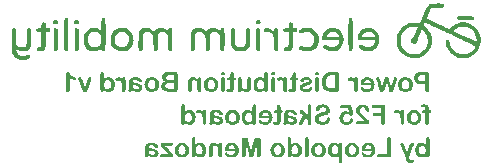
<source format=gbr>
%TF.GenerationSoftware,KiCad,Pcbnew,9.0.4*%
%TF.CreationDate,2025-11-01T22:13:15-04:00*%
%TF.ProjectId,power_distribution,706f7765-725f-4646-9973-747269627574,v1*%
%TF.SameCoordinates,Original*%
%TF.FileFunction,Legend,Bot*%
%TF.FilePolarity,Positive*%
%FSLAX46Y46*%
G04 Gerber Fmt 4.6, Leading zero omitted, Abs format (unit mm)*
G04 Created by KiCad (PCBNEW 9.0.4) date 2025-11-01 22:13:15*
%MOMM*%
%LPD*%
G01*
G04 APERTURE LIST*
%ADD10C,0.200000*%
%ADD11C,0.000000*%
G04 APERTURE END LIST*
D10*
G36*
X75343079Y-27961933D02*
G01*
X75395873Y-27978669D01*
X75433415Y-28003770D01*
X75460365Y-28039434D01*
X75478294Y-28090813D01*
X75485100Y-28163459D01*
X75485100Y-29434020D01*
X75479145Y-29499206D01*
X75462983Y-29548798D01*
X75438049Y-29586354D01*
X75403647Y-29615137D01*
X75362919Y-29632483D01*
X75313925Y-29638543D01*
X75267207Y-29632553D01*
X75227156Y-29615158D01*
X75192118Y-29585850D01*
X75166519Y-29547805D01*
X75149956Y-29497621D01*
X75143859Y-29431702D01*
X75143859Y-28967949D01*
X74840500Y-28967949D01*
X74683468Y-28958247D01*
X74557014Y-28931593D01*
X74455701Y-28890782D01*
X74375034Y-28837276D01*
X74308329Y-28766725D01*
X74259891Y-28681464D01*
X74229361Y-28578459D01*
X74219100Y-28460672D01*
X74564243Y-28460672D01*
X74575228Y-28544302D01*
X74605349Y-28605853D01*
X74654429Y-28652537D01*
X74725141Y-28685647D01*
X74808985Y-28703342D01*
X74921705Y-28710029D01*
X75143859Y-28710029D01*
X75143859Y-28213532D01*
X74921705Y-28213532D01*
X74804237Y-28219690D01*
X74721325Y-28235593D01*
X74664713Y-28258137D01*
X74627615Y-28285468D01*
X74592984Y-28333886D01*
X74571727Y-28391441D01*
X74564243Y-28460672D01*
X74219100Y-28460672D01*
X74218468Y-28453418D01*
X74228467Y-28338804D01*
X74257056Y-28239828D01*
X74304839Y-28151749D01*
X74370098Y-28079031D01*
X74450687Y-28023068D01*
X74546612Y-27985031D01*
X74660702Y-27964115D01*
X74840601Y-27955612D01*
X75269998Y-27955612D01*
X75343079Y-27961933D01*
G37*
G36*
X73603716Y-28392713D02*
G01*
X73722274Y-28426014D01*
X73828994Y-28480747D01*
X73917326Y-28553564D01*
X73987893Y-28643861D01*
X74040846Y-28752949D01*
X74072786Y-28873532D01*
X74083866Y-29009861D01*
X74072925Y-29145034D01*
X74041450Y-29264054D01*
X73988722Y-29371787D01*
X73916722Y-29463439D01*
X73827336Y-29537889D01*
X73722375Y-29593205D01*
X73605419Y-29626785D01*
X73469693Y-29638543D01*
X73332906Y-29626940D01*
X73214896Y-29593809D01*
X73109003Y-29538985D01*
X73019944Y-29465252D01*
X72948356Y-29373986D01*
X72895216Y-29264961D01*
X72863228Y-29144682D01*
X72852195Y-29010466D01*
X73167443Y-29010466D01*
X73177735Y-29132005D01*
X73205917Y-29227131D01*
X73249554Y-29301432D01*
X73294356Y-29347599D01*
X73345066Y-29379916D01*
X73402878Y-29399584D01*
X73469693Y-29406414D01*
X73529086Y-29400900D01*
X73581555Y-29384947D01*
X73628475Y-29358759D01*
X73687060Y-29301922D01*
X73732248Y-29221135D01*
X73758940Y-29126403D01*
X73768518Y-29010466D01*
X73758788Y-28893355D01*
X73731644Y-28797480D01*
X73702562Y-28739979D01*
X73667655Y-28694696D01*
X73626863Y-28659855D01*
X73554341Y-28625176D01*
X73469693Y-28613309D01*
X73382675Y-28625261D01*
X73310523Y-28659702D01*
X73249554Y-28717787D01*
X73206025Y-28791747D01*
X73177793Y-28887338D01*
X73167443Y-29010466D01*
X72852195Y-29010466D01*
X72863151Y-28875129D01*
X72894712Y-28755568D01*
X72947333Y-28647228D01*
X73018836Y-28555982D01*
X73108061Y-28482021D01*
X73214896Y-28426619D01*
X73333763Y-28392910D01*
X73469693Y-28381180D01*
X73603716Y-28392713D01*
G37*
G36*
X72461788Y-28576031D02*
G01*
X72264217Y-29256095D01*
X72084781Y-28624694D01*
X72041156Y-28486565D01*
X72021448Y-28451321D01*
X71987255Y-28415234D01*
X71942278Y-28390319D01*
X71878747Y-28381180D01*
X71814337Y-28390353D01*
X71769232Y-28415234D01*
X71734763Y-28451603D01*
X71713618Y-28488782D01*
X71669388Y-28624694D01*
X71489852Y-29256196D01*
X71290165Y-28576031D01*
X71257320Y-28467322D01*
X71240622Y-28435767D01*
X71214703Y-28407375D01*
X71179957Y-28388338D01*
X71128158Y-28381180D01*
X71075374Y-28390980D01*
X71030028Y-28420473D01*
X70998706Y-28463590D01*
X70988519Y-28512861D01*
X70995662Y-28565919D01*
X71023680Y-28657135D01*
X71275052Y-29394022D01*
X71325931Y-29529934D01*
X71349069Y-29569209D01*
X71383762Y-29605295D01*
X71428656Y-29629601D01*
X71492169Y-29638543D01*
X71557696Y-29629008D01*
X71604102Y-29602978D01*
X71639427Y-29563590D01*
X71664149Y-29516333D01*
X71706061Y-29384048D01*
X71878747Y-28795767D01*
X72045892Y-29384048D01*
X72083914Y-29500797D01*
X72119842Y-29573962D01*
X72151615Y-29608623D01*
X72196987Y-29630446D01*
X72260893Y-29638543D01*
X72309769Y-29633226D01*
X72348646Y-29618393D01*
X72381601Y-29594291D01*
X72408895Y-29561166D01*
X72451008Y-29473715D01*
X72479117Y-29394022D01*
X72728273Y-28657135D01*
X72758540Y-28560029D01*
X72765651Y-28512861D01*
X72755852Y-28465287D01*
X72725250Y-28421581D01*
X72680428Y-28391357D01*
X72626011Y-28381180D01*
X72575998Y-28387007D01*
X72542204Y-28402297D01*
X72520022Y-28425813D01*
X72494355Y-28478674D01*
X72461788Y-28576031D01*
G37*
G36*
X70384109Y-28392711D02*
G01*
X70502802Y-28425913D01*
X70575972Y-28460524D01*
X70639895Y-28503285D01*
X70695537Y-28554370D01*
X70763878Y-28645467D01*
X70814624Y-28755165D01*
X70844905Y-28875525D01*
X70855327Y-29008753D01*
X70843947Y-29152727D01*
X70811734Y-29275008D01*
X70760360Y-29379426D01*
X70689794Y-29468879D01*
X70602157Y-29540916D01*
X70498101Y-29593556D01*
X70374351Y-29626748D01*
X70226545Y-29638543D01*
X70100812Y-29629652D01*
X69996129Y-29604791D01*
X69901873Y-29565388D01*
X69829489Y-29519758D01*
X69769822Y-29465519D01*
X69730048Y-29412358D01*
X69704271Y-29356898D01*
X69696901Y-29313925D01*
X69704854Y-29270026D01*
X69727227Y-29238867D01*
X69761181Y-29219162D01*
X69806115Y-29212168D01*
X69847603Y-29217950D01*
X69875834Y-29233426D01*
X69969431Y-29319567D01*
X70047814Y-29378809D01*
X70091410Y-29402921D01*
X70135568Y-29419310D01*
X70182160Y-29428854D01*
X70235613Y-29432206D01*
X70313770Y-29422024D01*
X70384421Y-29391805D01*
X70444289Y-29342558D01*
X70492626Y-29271711D01*
X70523106Y-29187898D01*
X70534438Y-29090462D01*
X69935780Y-29090462D01*
X69822014Y-29080609D01*
X69746672Y-29055501D01*
X69711131Y-29025781D01*
X69687871Y-28977477D01*
X69679751Y-28909917D01*
X69983133Y-28909917D01*
X70534135Y-28909917D01*
X70515945Y-28811442D01*
X70485961Y-28736202D01*
X70445777Y-28679401D01*
X70392811Y-28635631D01*
X70331495Y-28609472D01*
X70259188Y-28600413D01*
X70183103Y-28609502D01*
X70120060Y-28635432D01*
X70067058Y-28678192D01*
X70027432Y-28734408D01*
X69998830Y-28809863D01*
X69983133Y-28909917D01*
X69679751Y-28909917D01*
X69678867Y-28902563D01*
X69685878Y-28820198D01*
X69707136Y-28738163D01*
X69743549Y-28655422D01*
X69793196Y-28580419D01*
X69857470Y-28514707D01*
X69938097Y-28457650D01*
X70027554Y-28416138D01*
X70130320Y-28390259D01*
X70249113Y-28381180D01*
X70384109Y-28392711D01*
G37*
G36*
X69128670Y-29191111D02*
G01*
X69128670Y-29448125D01*
X69134393Y-29509857D01*
X69149847Y-29556209D01*
X69173605Y-29590787D01*
X69206083Y-29617259D01*
X69243510Y-29633073D01*
X69287453Y-29638543D01*
X69330579Y-29633022D01*
X69367264Y-29617038D01*
X69399084Y-29590182D01*
X69422230Y-29555358D01*
X69437261Y-29509167D01*
X69442809Y-29448225D01*
X69442809Y-28591748D01*
X69434885Y-28506845D01*
X69414388Y-28449401D01*
X69384134Y-28411748D01*
X69343727Y-28389239D01*
X69289669Y-28381180D01*
X69239914Y-28387311D01*
X69203393Y-28404013D01*
X69176728Y-28430649D01*
X69150895Y-28485860D01*
X69139148Y-28564445D01*
X69085265Y-28485911D01*
X69030641Y-28430145D01*
X68988933Y-28403784D01*
X68937497Y-28387150D01*
X68873772Y-28381180D01*
X68778161Y-28393240D01*
X68683556Y-28430246D01*
X68629788Y-28468903D01*
X68600562Y-28511841D01*
X68590967Y-28561120D01*
X68601075Y-28614029D01*
X68630864Y-28656228D01*
X68673231Y-28684728D01*
X68717106Y-28693707D01*
X68799318Y-28672852D01*
X68862619Y-28656771D01*
X68913166Y-28651997D01*
X68974926Y-28661155D01*
X69021774Y-28686856D01*
X69057910Y-28728375D01*
X69087262Y-28791032D01*
X69106460Y-28864024D01*
X69119704Y-28956464D01*
X69128670Y-29191111D01*
G37*
G36*
X67692061Y-27962081D02*
G01*
X67743360Y-27979203D01*
X67779626Y-28004979D01*
X67805458Y-28041191D01*
X67822613Y-28092423D01*
X67829094Y-28163761D01*
X67829094Y-29374174D01*
X67825111Y-29450828D01*
X67814787Y-29505552D01*
X67792364Y-29550577D01*
X67753330Y-29584641D01*
X67699672Y-29604720D01*
X67613992Y-29612751D01*
X67177744Y-29612751D01*
X67066473Y-29608889D01*
X66972516Y-29598142D01*
X66883795Y-29577992D01*
X66802147Y-29547464D01*
X66726139Y-29505655D01*
X66655959Y-29451752D01*
X66578420Y-29368116D01*
X66516621Y-29274532D01*
X66469934Y-29170937D01*
X66436324Y-29052277D01*
X66417114Y-28925565D01*
X66410330Y-28780050D01*
X66410444Y-28777935D01*
X66756004Y-28777935D01*
X66764289Y-28921920D01*
X66787057Y-29038264D01*
X66821848Y-29131705D01*
X66867217Y-29206244D01*
X66922846Y-29264961D01*
X66962530Y-29293356D01*
X67009894Y-29315134D01*
X67107219Y-29337501D01*
X67237489Y-29341934D01*
X67487853Y-29341934D01*
X67487853Y-28226428D01*
X67270132Y-28226428D01*
X67123494Y-28235371D01*
X67009995Y-28259474D01*
X66944406Y-28289788D01*
X66884500Y-28339788D01*
X66829350Y-28413320D01*
X66791724Y-28497590D01*
X66765857Y-28615780D01*
X66756004Y-28777935D01*
X66410444Y-28777935D01*
X66418722Y-28624767D01*
X66442516Y-28489948D01*
X66480099Y-28372832D01*
X66530517Y-28271023D01*
X66593517Y-28182567D01*
X66669560Y-28106032D01*
X66739253Y-28053659D01*
X66813022Y-28014313D01*
X66891614Y-27987247D01*
X67020197Y-27964161D01*
X67184494Y-27955612D01*
X67620642Y-27955612D01*
X67692061Y-27962081D01*
G37*
G36*
X65829807Y-28559105D02*
G01*
X65829807Y-29448225D01*
X65835490Y-29509133D01*
X65850911Y-29555358D01*
X65874742Y-29590283D01*
X65907257Y-29617057D01*
X65944683Y-29633025D01*
X65988590Y-29638543D01*
X66032484Y-29632867D01*
X66069363Y-29616504D01*
X66100926Y-29589074D01*
X66123858Y-29553656D01*
X66138636Y-29507706D01*
X66144047Y-29448225D01*
X66144047Y-28568072D01*
X66138559Y-28507849D01*
X66123723Y-28462448D01*
X66100926Y-28428432D01*
X66069468Y-28402323D01*
X66032582Y-28386639D01*
X65988590Y-28381180D01*
X65944605Y-28386592D01*
X65907176Y-28402221D01*
X65874742Y-28428331D01*
X65850541Y-28462328D01*
X65835300Y-28505090D01*
X65829807Y-28559105D01*
G37*
G36*
X65985265Y-28245772D02*
G01*
X66046451Y-28235473D01*
X66097400Y-28205170D01*
X66122797Y-28175230D01*
X66138455Y-28137744D01*
X66144047Y-28090415D01*
X66138597Y-28047724D01*
X66122813Y-28011366D01*
X66096292Y-27979792D01*
X66044438Y-27947083D01*
X65985265Y-27936268D01*
X65927807Y-27946115D01*
X65877059Y-27975762D01*
X65851404Y-28005047D01*
X65835517Y-28042425D01*
X65829807Y-28090415D01*
X65835305Y-28136988D01*
X65850770Y-28174327D01*
X65875951Y-28204565D01*
X65926136Y-28235408D01*
X65985265Y-28245772D01*
G37*
G36*
X64521365Y-29232016D02*
G01*
X64528711Y-29315855D01*
X64549768Y-29388647D01*
X64583931Y-29452457D01*
X64630913Y-29507402D01*
X64691629Y-29553670D01*
X64768404Y-29591391D01*
X64851013Y-29616562D01*
X64948867Y-29632755D01*
X65064509Y-29638543D01*
X65174580Y-29632354D01*
X65268968Y-29614900D01*
X65349934Y-29587462D01*
X65425925Y-29548288D01*
X65483529Y-29505507D01*
X65525844Y-29459308D01*
X65558446Y-29405824D01*
X65576834Y-29354561D01*
X65582768Y-29304354D01*
X65573537Y-29256050D01*
X65545793Y-29215190D01*
X65504301Y-29187486D01*
X65452196Y-29178013D01*
X65406704Y-29184631D01*
X65375928Y-29202395D01*
X65351044Y-29230030D01*
X65325351Y-29269998D01*
X65272363Y-29343004D01*
X65213216Y-29392007D01*
X65167932Y-29413168D01*
X65109664Y-29427086D01*
X65035191Y-29432206D01*
X64949618Y-29421403D01*
X64885678Y-29391705D01*
X64851741Y-29361521D01*
X64833479Y-29331308D01*
X64827645Y-29299820D01*
X64834792Y-29250218D01*
X64854810Y-29212487D01*
X64888096Y-29183656D01*
X64959367Y-29150901D01*
X65088891Y-29113130D01*
X65240102Y-29070450D01*
X65348322Y-29030112D01*
X65440143Y-28978471D01*
X65508918Y-28915056D01*
X65542053Y-28864475D01*
X65562240Y-28806380D01*
X65569268Y-28738743D01*
X65563180Y-28678254D01*
X65544869Y-28619899D01*
X65513553Y-28562631D01*
X65471794Y-28512355D01*
X65417737Y-28468327D01*
X65349431Y-28430447D01*
X65275560Y-28403978D01*
X65189207Y-28387150D01*
X65088185Y-28381180D01*
X64971666Y-28387688D01*
X64872580Y-28405965D01*
X64782119Y-28436033D01*
X64712690Y-28472460D01*
X64654751Y-28517918D01*
X64614861Y-28565352D01*
X64589086Y-28617266D01*
X64581110Y-28665497D01*
X64590399Y-28715053D01*
X64617581Y-28754057D01*
X64659684Y-28779249D01*
X64720649Y-28788513D01*
X64766014Y-28781475D01*
X64802962Y-28761109D01*
X64879834Y-28679300D01*
X64917680Y-28638864D01*
X64961139Y-28607868D01*
X65012958Y-28588487D01*
X65088085Y-28581069D01*
X65165659Y-28590346D01*
X65224702Y-28615928D01*
X65255959Y-28642368D01*
X65273161Y-28670704D01*
X65278805Y-28702170D01*
X65269047Y-28744663D01*
X65239109Y-28779547D01*
X65194662Y-28806245D01*
X65130904Y-28830224D01*
X64941896Y-28879793D01*
X64805904Y-28920375D01*
X64707148Y-28963819D01*
X64624825Y-29018839D01*
X64568617Y-29079480D01*
X64533316Y-29150567D01*
X64521365Y-29232016D01*
G37*
G36*
X64247526Y-28413420D02*
G01*
X64216898Y-28413420D01*
X64216898Y-28231969D01*
X64212969Y-28114797D01*
X64205116Y-28074197D01*
X64190602Y-28041048D01*
X64168378Y-28012071D01*
X64137608Y-27988658D01*
X64101337Y-27973624D01*
X64060433Y-27968508D01*
X64004063Y-27979447D01*
X63952227Y-28013341D01*
X63925889Y-28046619D01*
X63911423Y-28086285D01*
X63902759Y-28207185D01*
X63902759Y-28413420D01*
X63793243Y-28413420D01*
X63732191Y-28422025D01*
X63691284Y-28444955D01*
X63664847Y-28480703D01*
X63655921Y-28525656D01*
X63661895Y-28564741D01*
X63678487Y-28593296D01*
X63706195Y-28614014D01*
X63762208Y-28631976D01*
X63848455Y-28639101D01*
X63902759Y-28639101D01*
X63902759Y-29199272D01*
X63897822Y-29308989D01*
X63888419Y-29344147D01*
X63871627Y-29370346D01*
X63845692Y-29387039D01*
X63802311Y-29393518D01*
X63729368Y-29383947D01*
X63656828Y-29374376D01*
X63620823Y-29381857D01*
X63587512Y-29405306D01*
X63564464Y-29439654D01*
X63556682Y-29481574D01*
X63565459Y-29527731D01*
X63591654Y-29565987D01*
X63639096Y-29598444D01*
X63695680Y-29619107D01*
X63772389Y-29633222D01*
X63874448Y-29638543D01*
X63970570Y-29632102D01*
X64042288Y-29614975D01*
X64094990Y-29589578D01*
X64139620Y-29552558D01*
X64172166Y-29507925D01*
X64193625Y-29454371D01*
X64210335Y-29360966D01*
X64216898Y-29224963D01*
X64216898Y-28639101D01*
X64254276Y-28639101D01*
X64316350Y-28630358D01*
X64357948Y-28607062D01*
X64384874Y-28570754D01*
X64393916Y-28525656D01*
X64384507Y-28480818D01*
X64356336Y-28444955D01*
X64312921Y-28422090D01*
X64247526Y-28413420D01*
G37*
G36*
X63138468Y-29191111D02*
G01*
X63138468Y-29448125D01*
X63144190Y-29509857D01*
X63159644Y-29556209D01*
X63183403Y-29590787D01*
X63215881Y-29617259D01*
X63253308Y-29633073D01*
X63297250Y-29638543D01*
X63340377Y-29633022D01*
X63377062Y-29617038D01*
X63408882Y-29590182D01*
X63432027Y-29555358D01*
X63447059Y-29509167D01*
X63452607Y-29448225D01*
X63452607Y-28591748D01*
X63444683Y-28506845D01*
X63424185Y-28449401D01*
X63393931Y-28411748D01*
X63353524Y-28389239D01*
X63299467Y-28381180D01*
X63249712Y-28387311D01*
X63213191Y-28404013D01*
X63186526Y-28430649D01*
X63160693Y-28485860D01*
X63148946Y-28564445D01*
X63095062Y-28485911D01*
X63040438Y-28430145D01*
X62998731Y-28403784D01*
X62947295Y-28387150D01*
X62883570Y-28381180D01*
X62787958Y-28393240D01*
X62693354Y-28430246D01*
X62639585Y-28468903D01*
X62610360Y-28511841D01*
X62600764Y-28561120D01*
X62610872Y-28614029D01*
X62640661Y-28656228D01*
X62683029Y-28684728D01*
X62726904Y-28693707D01*
X62809116Y-28672852D01*
X62872416Y-28656771D01*
X62922963Y-28651997D01*
X62984724Y-28661155D01*
X63031572Y-28686856D01*
X63067707Y-28728375D01*
X63097060Y-28791032D01*
X63116258Y-28864024D01*
X63129501Y-28956464D01*
X63138468Y-29191111D01*
G37*
G36*
X62125425Y-28559105D02*
G01*
X62125425Y-29448225D01*
X62131108Y-29509133D01*
X62146529Y-29555358D01*
X62170360Y-29590283D01*
X62202875Y-29617057D01*
X62240301Y-29633025D01*
X62284207Y-29638543D01*
X62328102Y-29632867D01*
X62364980Y-29616504D01*
X62396544Y-29589074D01*
X62419476Y-29553656D01*
X62434254Y-29507706D01*
X62439665Y-29448225D01*
X62439665Y-28568072D01*
X62434176Y-28507849D01*
X62419341Y-28462448D01*
X62396544Y-28428432D01*
X62365085Y-28402323D01*
X62328200Y-28386639D01*
X62284207Y-28381180D01*
X62240222Y-28386592D01*
X62202794Y-28402221D01*
X62170360Y-28428331D01*
X62146158Y-28462328D01*
X62130918Y-28505090D01*
X62125425Y-28559105D01*
G37*
G36*
X62280883Y-28245772D02*
G01*
X62342069Y-28235473D01*
X62393018Y-28205170D01*
X62418414Y-28175230D01*
X62434072Y-28137744D01*
X62439665Y-28090415D01*
X62434215Y-28047724D01*
X62418430Y-28011366D01*
X62391909Y-27979792D01*
X62340056Y-27947083D01*
X62280883Y-27936268D01*
X62223425Y-27946115D01*
X62172677Y-27975762D01*
X62147022Y-28005047D01*
X62131135Y-28042425D01*
X62125425Y-28090415D01*
X62130922Y-28136988D01*
X62146388Y-28174327D01*
X62171569Y-28204565D01*
X62221753Y-28235408D01*
X62280883Y-28245772D01*
G37*
G36*
X61718337Y-27929101D02*
G01*
X61753589Y-27945366D01*
X61782371Y-27972336D01*
X61802607Y-28007128D01*
X61815979Y-28053826D01*
X61820958Y-28115905D01*
X61820958Y-29459509D01*
X61815900Y-29516898D01*
X61802226Y-29560334D01*
X61781262Y-29593003D01*
X61752069Y-29618085D01*
X61717097Y-29633232D01*
X61674568Y-29638543D01*
X61614290Y-29626982D01*
X61566262Y-29592903D01*
X61543649Y-29559926D01*
X61529029Y-29516321D01*
X61523644Y-29458905D01*
X61523644Y-29437042D01*
X61447376Y-29518952D01*
X61371914Y-29576480D01*
X61324436Y-29601032D01*
X61264616Y-29621415D01*
X61200187Y-29634167D01*
X61130114Y-29638543D01*
X61017226Y-29626598D01*
X60916322Y-29591694D01*
X60826637Y-29535124D01*
X60751193Y-29458804D01*
X60691956Y-29366515D01*
X60647521Y-29256196D01*
X60621075Y-29135824D01*
X60612448Y-29008350D01*
X60927102Y-29008350D01*
X60937639Y-29129993D01*
X60966243Y-29223123D01*
X61010221Y-29294078D01*
X61070933Y-29350590D01*
X61136016Y-29382785D01*
X61207893Y-29393518D01*
X61293354Y-29382360D01*
X61364901Y-29350210D01*
X61425917Y-29296294D01*
X61469978Y-29226778D01*
X61498536Y-29135833D01*
X61509035Y-29017317D01*
X61498664Y-28898744D01*
X61469944Y-28803727D01*
X61422435Y-28723242D01*
X61362847Y-28666908D01*
X61290583Y-28631691D01*
X61207893Y-28619757D01*
X61128008Y-28631743D01*
X61059891Y-28666908D01*
X61004665Y-28722493D01*
X60961761Y-28800805D01*
X60936345Y-28892718D01*
X60927102Y-29008350D01*
X60612448Y-29008350D01*
X60611855Y-28999585D01*
X60619533Y-28874577D01*
X60641334Y-28766141D01*
X60675932Y-28671845D01*
X60725513Y-28585310D01*
X60785459Y-28515567D01*
X60856275Y-28460572D01*
X60936588Y-28420585D01*
X61026076Y-28396098D01*
X61126789Y-28387628D01*
X61214982Y-28393463D01*
X61289065Y-28409821D01*
X61351361Y-28435485D01*
X61438340Y-28491217D01*
X61523644Y-28567266D01*
X61523644Y-28103211D01*
X61534345Y-28023916D01*
X61562836Y-27970220D01*
X61591902Y-27944674D01*
X61628383Y-27928975D01*
X61674568Y-27923372D01*
X61718337Y-27929101D01*
G37*
G36*
X59586823Y-29463439D02*
G01*
X59586823Y-29433113D01*
X59639610Y-29492676D01*
X59697749Y-29544140D01*
X59761997Y-29585852D01*
X59831646Y-29615169D01*
X59907280Y-29632403D01*
X59997178Y-29638543D01*
X60105188Y-29626537D01*
X60198880Y-29591794D01*
X60254418Y-29556254D01*
X60300133Y-29513438D01*
X60337009Y-29462834D01*
X60367052Y-29394196D01*
X60387332Y-29301731D01*
X60394940Y-29179021D01*
X60394940Y-28568374D01*
X60389468Y-28507209D01*
X60374763Y-28461617D01*
X60352323Y-28427928D01*
X60321247Y-28402194D01*
X60284265Y-28386631D01*
X60239583Y-28381180D01*
X60194098Y-28386687D01*
X60156343Y-28402421D01*
X60124527Y-28428432D01*
X60101389Y-28462563D01*
X60086357Y-28508065D01*
X60080801Y-28568374D01*
X60080801Y-29061546D01*
X60075904Y-29163954D01*
X60062968Y-29240479D01*
X60037265Y-29306095D01*
X59999193Y-29353117D01*
X59947066Y-29382740D01*
X59874364Y-29393518D01*
X59800389Y-29382266D01*
X59729687Y-29347778D01*
X59670800Y-29294905D01*
X59630548Y-29228489D01*
X59613259Y-29144396D01*
X59604857Y-28943064D01*
X59604857Y-28568374D01*
X59599301Y-28508065D01*
X59584269Y-28462563D01*
X59561132Y-28428432D01*
X59529340Y-28402364D01*
X59491930Y-28386658D01*
X59447183Y-28381180D01*
X59402502Y-28386631D01*
X59365519Y-28402194D01*
X59334444Y-28427928D01*
X59311995Y-28461677D01*
X59297294Y-28507278D01*
X59291826Y-28568374D01*
X59291826Y-29461424D01*
X59297056Y-29519606D01*
X59311153Y-29563241D01*
X59332731Y-29595724D01*
X59379144Y-29629324D01*
X59438216Y-29640759D01*
X59497275Y-29628997D01*
X59544810Y-29594011D01*
X59567312Y-29560425D01*
X59581630Y-29517749D01*
X59586823Y-29463439D01*
G37*
G36*
X58985949Y-28413420D02*
G01*
X58955321Y-28413420D01*
X58955321Y-28231969D01*
X58951392Y-28114797D01*
X58943539Y-28074197D01*
X58929025Y-28041048D01*
X58906801Y-28012071D01*
X58876030Y-27988658D01*
X58839760Y-27973624D01*
X58798856Y-27968508D01*
X58742486Y-27979447D01*
X58690650Y-28013341D01*
X58664312Y-28046619D01*
X58649846Y-28086285D01*
X58641182Y-28207185D01*
X58641182Y-28413420D01*
X58531666Y-28413420D01*
X58470614Y-28422025D01*
X58429707Y-28444955D01*
X58403270Y-28480703D01*
X58394344Y-28525656D01*
X58400318Y-28564741D01*
X58416910Y-28593296D01*
X58444618Y-28614014D01*
X58500631Y-28631976D01*
X58586877Y-28639101D01*
X58641182Y-28639101D01*
X58641182Y-29199272D01*
X58636245Y-29308989D01*
X58626842Y-29344147D01*
X58610050Y-29370346D01*
X58584115Y-29387039D01*
X58540734Y-29393518D01*
X58467791Y-29383947D01*
X58395251Y-29374376D01*
X58359246Y-29381857D01*
X58325934Y-29405306D01*
X58302887Y-29439654D01*
X58295105Y-29481574D01*
X58303882Y-29527731D01*
X58330077Y-29565987D01*
X58377519Y-29598444D01*
X58434103Y-29619107D01*
X58510812Y-29633222D01*
X58612871Y-29638543D01*
X58708993Y-29632102D01*
X58780711Y-29614975D01*
X58833413Y-29589578D01*
X58878043Y-29552558D01*
X58910589Y-29507925D01*
X58932048Y-29454371D01*
X58948757Y-29360966D01*
X58955321Y-29224963D01*
X58955321Y-28639101D01*
X58992699Y-28639101D01*
X59054772Y-28630358D01*
X59096371Y-28607062D01*
X59123297Y-28570754D01*
X59132339Y-28525656D01*
X59122930Y-28480818D01*
X59094759Y-28444955D01*
X59051344Y-28422090D01*
X58985949Y-28413420D01*
G37*
G36*
X57874574Y-28559105D02*
G01*
X57874574Y-29448225D01*
X57880256Y-29509133D01*
X57895678Y-29555358D01*
X57919508Y-29590283D01*
X57952023Y-29617057D01*
X57989449Y-29633025D01*
X58033356Y-29638543D01*
X58077251Y-29632867D01*
X58114129Y-29616504D01*
X58145692Y-29589074D01*
X58168625Y-29553656D01*
X58183403Y-29507706D01*
X58188813Y-29448225D01*
X58188813Y-28568072D01*
X58183325Y-28507849D01*
X58168489Y-28462448D01*
X58145692Y-28428432D01*
X58114234Y-28402323D01*
X58077348Y-28386639D01*
X58033356Y-28381180D01*
X57989371Y-28386592D01*
X57951943Y-28402221D01*
X57919508Y-28428331D01*
X57895307Y-28462328D01*
X57880066Y-28505090D01*
X57874574Y-28559105D01*
G37*
G36*
X58030031Y-28245772D02*
G01*
X58091217Y-28235473D01*
X58142166Y-28205170D01*
X58167563Y-28175230D01*
X58183221Y-28137744D01*
X58188813Y-28090415D01*
X58183363Y-28047724D01*
X58167579Y-28011366D01*
X58141058Y-27979792D01*
X58089205Y-27947083D01*
X58030031Y-27936268D01*
X57972573Y-27946115D01*
X57921826Y-27975762D01*
X57896171Y-28005047D01*
X57880284Y-28042425D01*
X57874574Y-28090415D01*
X57880071Y-28136988D01*
X57895536Y-28174327D01*
X57920717Y-28204565D01*
X57970902Y-28235408D01*
X58030031Y-28245772D01*
G37*
G36*
X57156451Y-28392713D02*
G01*
X57275009Y-28426014D01*
X57381729Y-28480747D01*
X57470062Y-28553564D01*
X57540628Y-28643861D01*
X57593581Y-28752949D01*
X57625521Y-28873532D01*
X57636602Y-29009861D01*
X57625660Y-29145034D01*
X57594186Y-29264054D01*
X57541458Y-29371787D01*
X57469457Y-29463439D01*
X57380072Y-29537889D01*
X57275110Y-29593205D01*
X57158155Y-29626785D01*
X57022429Y-29638543D01*
X56885642Y-29626940D01*
X56767632Y-29593809D01*
X56661738Y-29538985D01*
X56572680Y-29465252D01*
X56501092Y-29373986D01*
X56447951Y-29264961D01*
X56415963Y-29144682D01*
X56404931Y-29010466D01*
X56720178Y-29010466D01*
X56730470Y-29132005D01*
X56758653Y-29227131D01*
X56802290Y-29301432D01*
X56847092Y-29347599D01*
X56897801Y-29379916D01*
X56955614Y-29399584D01*
X57022429Y-29406414D01*
X57081821Y-29400900D01*
X57134290Y-29384947D01*
X57181211Y-29358759D01*
X57239796Y-29301922D01*
X57284984Y-29221135D01*
X57311675Y-29126403D01*
X57321254Y-29010466D01*
X57311523Y-28893355D01*
X57284379Y-28797480D01*
X57255298Y-28739979D01*
X57220390Y-28694696D01*
X57179599Y-28659855D01*
X57107076Y-28625176D01*
X57022429Y-28613309D01*
X56935411Y-28625261D01*
X56863258Y-28659702D01*
X56802290Y-28717787D01*
X56758761Y-28791747D01*
X56730528Y-28887338D01*
X56720178Y-29010466D01*
X56404931Y-29010466D01*
X56415887Y-28875129D01*
X56447447Y-28755568D01*
X56500068Y-28647228D01*
X56571572Y-28555982D01*
X56660797Y-28482021D01*
X56767632Y-28426619D01*
X56886498Y-28392910D01*
X57022429Y-28381180D01*
X57156451Y-28392713D01*
G37*
G36*
X55882944Y-28555176D02*
G01*
X55882944Y-28582882D01*
X55828706Y-28520125D01*
X55771211Y-28470218D01*
X55710158Y-28431858D01*
X55643761Y-28404181D01*
X55569908Y-28387101D01*
X55487198Y-28381180D01*
X55406930Y-28387369D01*
X55334326Y-28405353D01*
X55268066Y-28434779D01*
X55208783Y-28475704D01*
X55161009Y-28525925D01*
X55123691Y-28586408D01*
X55098444Y-28645268D01*
X55083895Y-28709021D01*
X55074827Y-28876267D01*
X55074827Y-29448326D01*
X55080320Y-29509311D01*
X55095189Y-29555500D01*
X55118049Y-29590283D01*
X55149518Y-29616997D01*
X55186335Y-29632988D01*
X55230184Y-29638543D01*
X55274777Y-29632862D01*
X55312184Y-29616510D01*
X55344132Y-29589175D01*
X55367413Y-29553710D01*
X55382383Y-29507789D01*
X55387858Y-29448427D01*
X55387858Y-28936012D01*
X55393403Y-28835183D01*
X55408062Y-28760185D01*
X55429468Y-28705495D01*
X55464146Y-28663204D01*
X55517064Y-28636344D01*
X55595403Y-28626205D01*
X55672950Y-28638252D01*
X55743506Y-28674565D01*
X55800774Y-28731256D01*
X55841435Y-28807656D01*
X55856777Y-28890604D01*
X55863802Y-29063259D01*
X55863802Y-29448427D01*
X55869454Y-29510074D01*
X55884710Y-29556363D01*
X55908132Y-29590888D01*
X55940260Y-29617215D01*
X55977850Y-29633037D01*
X56022584Y-29638543D01*
X56065631Y-29632917D01*
X56102314Y-29616597D01*
X56134215Y-29589074D01*
X56157492Y-29553608D01*
X56172464Y-29507656D01*
X56177941Y-29448225D01*
X56177941Y-28559105D01*
X56172886Y-28500844D01*
X56159334Y-28457517D01*
X56138749Y-28425611D01*
X56093253Y-28392686D01*
X56031551Y-28381180D01*
X55991764Y-28386201D01*
X55956693Y-28400927D01*
X55926997Y-28424992D01*
X55903094Y-28459766D01*
X55888299Y-28501738D01*
X55882944Y-28555176D01*
G37*
G36*
X54042812Y-27962017D02*
G01*
X54093552Y-27978967D01*
X54129387Y-28004475D01*
X54154811Y-28040290D01*
X54171800Y-28091600D01*
X54178251Y-28163761D01*
X54178251Y-29404601D01*
X54172011Y-29475349D01*
X54155471Y-29526481D01*
X54130596Y-29562879D01*
X54095294Y-29588823D01*
X54044312Y-29606157D01*
X53972116Y-29612751D01*
X53467257Y-29612751D01*
X53340291Y-29609261D01*
X53237950Y-29599754D01*
X53143119Y-29581462D01*
X53063551Y-29554920D01*
X52987885Y-29512678D01*
X52923942Y-29457947D01*
X52870514Y-29389690D01*
X52830943Y-29312418D01*
X52807108Y-29229103D01*
X52798981Y-29138116D01*
X52801381Y-29112828D01*
X53144655Y-29112828D01*
X53153655Y-29185548D01*
X53178825Y-29242549D01*
X53219884Y-29287646D01*
X53279777Y-29322422D01*
X53364165Y-29345923D01*
X53480758Y-29354830D01*
X53837111Y-29354830D01*
X53837111Y-28877677D01*
X53492042Y-28877677D01*
X53376622Y-28885112D01*
X53292095Y-28904701D01*
X53231401Y-28933392D01*
X53184112Y-28976879D01*
X53155134Y-29035041D01*
X53144655Y-29112828D01*
X52801381Y-29112828D01*
X52808143Y-29041574D01*
X52834246Y-28959525D01*
X52876535Y-28889066D01*
X52936050Y-28828263D01*
X53015507Y-28776351D01*
X53119065Y-28733806D01*
X53028535Y-28681110D01*
X52961837Y-28619744D01*
X52915166Y-28549270D01*
X52886692Y-28467883D01*
X52881382Y-28416947D01*
X53211150Y-28416947D01*
X53218204Y-28472008D01*
X53238957Y-28520820D01*
X53266520Y-28560088D01*
X53300509Y-28589243D01*
X53341823Y-28609380D01*
X53416446Y-28625943D01*
X53533752Y-28632653D01*
X53837111Y-28632653D01*
X53837111Y-28213532D01*
X53568612Y-28213532D01*
X53446566Y-28219099D01*
X53359354Y-28233517D01*
X53299005Y-28253933D01*
X53251442Y-28288580D01*
X53222068Y-28340715D01*
X53211150Y-28416947D01*
X52881382Y-28416947D01*
X52876761Y-28372617D01*
X52882796Y-28301563D01*
X52900638Y-28234992D01*
X52929846Y-28172755D01*
X52969954Y-28116006D01*
X53018969Y-28066762D01*
X53074533Y-28027144D01*
X53147415Y-27992188D01*
X53230998Y-27970321D01*
X53322043Y-27959580D01*
X53436831Y-27955612D01*
X53972116Y-27955612D01*
X54042812Y-27962017D01*
G37*
G36*
X52130227Y-28392713D02*
G01*
X52248785Y-28426014D01*
X52355505Y-28480747D01*
X52443837Y-28553564D01*
X52514404Y-28643861D01*
X52567357Y-28752949D01*
X52599296Y-28873532D01*
X52610377Y-29009861D01*
X52599435Y-29145034D01*
X52567961Y-29264054D01*
X52515233Y-29371787D01*
X52443233Y-29463439D01*
X52353847Y-29537889D01*
X52248885Y-29593205D01*
X52131930Y-29626785D01*
X51996204Y-29638543D01*
X51859417Y-29626940D01*
X51741407Y-29593809D01*
X51635514Y-29538985D01*
X51546455Y-29465252D01*
X51474867Y-29373986D01*
X51421727Y-29264961D01*
X51389739Y-29144682D01*
X51378706Y-29010466D01*
X51693953Y-29010466D01*
X51704246Y-29132005D01*
X51732428Y-29227131D01*
X51776065Y-29301432D01*
X51820867Y-29347599D01*
X51871577Y-29379916D01*
X51929389Y-29399584D01*
X51996204Y-29406414D01*
X52055597Y-29400900D01*
X52108066Y-29384947D01*
X52154986Y-29358759D01*
X52213571Y-29301922D01*
X52258759Y-29221135D01*
X52285451Y-29126403D01*
X52295029Y-29010466D01*
X52285299Y-28893355D01*
X52258154Y-28797480D01*
X52229073Y-28739979D01*
X52194165Y-28694696D01*
X52153374Y-28659855D01*
X52080852Y-28625176D01*
X51996204Y-28613309D01*
X51909186Y-28625261D01*
X51837033Y-28659702D01*
X51776065Y-28717787D01*
X51732536Y-28791747D01*
X51704304Y-28887338D01*
X51693953Y-29010466D01*
X51378706Y-29010466D01*
X51389662Y-28875129D01*
X51421223Y-28755568D01*
X51473844Y-28647228D01*
X51545347Y-28555982D01*
X51634572Y-28482021D01*
X51741407Y-28426619D01*
X51860274Y-28392910D01*
X51996204Y-28381180D01*
X52130227Y-28392713D01*
G37*
G36*
X50731681Y-28387396D02*
G01*
X50832161Y-28404651D01*
X50915356Y-28431253D01*
X50993581Y-28469932D01*
X51052661Y-28512597D01*
X51095900Y-28559004D01*
X51128930Y-28612971D01*
X51147780Y-28666022D01*
X51153933Y-28719298D01*
X51144181Y-28768116D01*
X51115244Y-28807051D01*
X51073029Y-28832687D01*
X51023360Y-28841306D01*
X50970792Y-28834704D01*
X50946387Y-28819544D01*
X50886239Y-28731791D01*
X50839060Y-28673175D01*
X50785691Y-28633157D01*
X50719127Y-28609848D01*
X50610889Y-28600413D01*
X50522668Y-28608395D01*
X50466940Y-28628410D01*
X50433569Y-28657034D01*
X50411123Y-28697152D01*
X50394422Y-28754193D01*
X50385410Y-28833347D01*
X50562630Y-28881103D01*
X50761511Y-28925030D01*
X50906893Y-28955759D01*
X50996789Y-28983708D01*
X51069704Y-29023676D01*
X51128443Y-29075349D01*
X51173210Y-29138703D01*
X51200024Y-29209782D01*
X51209244Y-29290954D01*
X51197035Y-29381253D01*
X51160381Y-29464849D01*
X51123583Y-29514061D01*
X51077509Y-29556246D01*
X51021043Y-29591794D01*
X50959202Y-29617260D01*
X50889813Y-29633049D01*
X50811483Y-29638543D01*
X50685568Y-29627384D01*
X50576533Y-29595421D01*
X50473351Y-29543564D01*
X50362641Y-29468073D01*
X50310761Y-29543210D01*
X50265618Y-29593809D01*
X50216525Y-29628182D01*
X50170107Y-29638543D01*
X50115868Y-29628830D01*
X50067040Y-29599250D01*
X50032234Y-29556340D01*
X50021501Y-29511497D01*
X50026648Y-29476647D01*
X50050315Y-29390999D01*
X50072085Y-29298277D01*
X50079029Y-29212369D01*
X50077542Y-29066282D01*
X50385309Y-29066282D01*
X50391103Y-29171737D01*
X50405893Y-29244221D01*
X50426617Y-29292163D01*
X50471080Y-29347002D01*
X50538651Y-29393014D01*
X50618008Y-29422281D01*
X50705494Y-29432206D01*
X50760015Y-29426530D01*
X50804827Y-29410516D01*
X50842010Y-29384652D01*
X50871142Y-29350172D01*
X50888136Y-29312183D01*
X50893896Y-29269293D01*
X50882450Y-29210146D01*
X50849667Y-29167233D01*
X50803490Y-29136179D01*
X50756272Y-29117866D01*
X50577944Y-29077767D01*
X50457381Y-29049454D01*
X50385309Y-29027392D01*
X50385309Y-29066282D01*
X50077542Y-29066282D01*
X50077316Y-29044117D01*
X50076712Y-28859945D01*
X50082891Y-28745344D01*
X50099704Y-28654363D01*
X50125072Y-28582781D01*
X50164387Y-28519751D01*
X50218685Y-28469005D01*
X50290403Y-28429540D01*
X50370050Y-28404480D01*
X50474903Y-28387512D01*
X50610788Y-28381180D01*
X50731681Y-28387396D01*
G37*
G36*
X49459012Y-29191111D02*
G01*
X49459012Y-29448125D01*
X49464735Y-29509857D01*
X49480189Y-29556209D01*
X49503947Y-29590787D01*
X49536425Y-29617259D01*
X49573852Y-29633073D01*
X49617795Y-29638543D01*
X49660921Y-29633022D01*
X49697606Y-29617038D01*
X49729426Y-29590182D01*
X49752572Y-29555358D01*
X49767603Y-29509167D01*
X49773151Y-29448225D01*
X49773151Y-28591748D01*
X49765227Y-28506845D01*
X49744730Y-28449401D01*
X49714476Y-28411748D01*
X49674068Y-28389239D01*
X49620011Y-28381180D01*
X49570256Y-28387311D01*
X49533735Y-28404013D01*
X49507070Y-28430649D01*
X49481237Y-28485860D01*
X49469490Y-28564445D01*
X49415607Y-28485911D01*
X49360982Y-28430145D01*
X49319275Y-28403784D01*
X49267839Y-28387150D01*
X49204114Y-28381180D01*
X49108502Y-28393240D01*
X49013898Y-28430246D01*
X48960130Y-28468903D01*
X48930904Y-28511841D01*
X48921309Y-28561120D01*
X48931417Y-28614029D01*
X48961206Y-28656228D01*
X49003573Y-28684728D01*
X49047448Y-28693707D01*
X49129660Y-28672852D01*
X49192961Y-28656771D01*
X49243508Y-28651997D01*
X49305268Y-28661155D01*
X49352116Y-28686856D01*
X49388252Y-28728375D01*
X49417604Y-28791032D01*
X49436802Y-28864024D01*
X49450046Y-28956464D01*
X49459012Y-29191111D01*
G37*
G36*
X47842694Y-27929243D02*
G01*
X47878656Y-27945816D01*
X47907560Y-27973142D01*
X47927713Y-28008385D01*
X47941066Y-28055827D01*
X47946047Y-28119028D01*
X47946047Y-28566964D01*
X48031961Y-28488071D01*
X48119640Y-28433167D01*
X48182503Y-28408752D01*
X48256965Y-28393179D01*
X48345219Y-28387628D01*
X48457970Y-28398254D01*
X48555958Y-28428806D01*
X48642105Y-28478698D01*
X48718398Y-28549232D01*
X48777789Y-28633260D01*
X48821932Y-28733997D01*
X48850089Y-28854734D01*
X48860153Y-28999585D01*
X48851003Y-29132897D01*
X48824488Y-29253375D01*
X48779831Y-29364315D01*
X48719708Y-29457696D01*
X48643594Y-29535128D01*
X48555686Y-29591694D01*
X48457425Y-29626688D01*
X48349753Y-29638543D01*
X48267964Y-29632530D01*
X48194900Y-29615169D01*
X48126543Y-29586520D01*
X48063219Y-29546961D01*
X48004576Y-29497928D01*
X47946047Y-29437042D01*
X47946047Y-29458905D01*
X47940805Y-29514797D01*
X47926442Y-29558167D01*
X47904034Y-29591794D01*
X47856499Y-29626781D01*
X47797440Y-29638543D01*
X47737317Y-29627096D01*
X47690343Y-29593608D01*
X47668422Y-29561139D01*
X47654131Y-29517569D01*
X47648834Y-29459509D01*
X47648834Y-29008350D01*
X47962973Y-29008350D01*
X47973712Y-29131331D01*
X48002669Y-29224056D01*
X48050233Y-29300693D01*
X48108557Y-29351908D01*
X48178106Y-29383053D01*
X48255048Y-29393518D01*
X48330988Y-29382592D01*
X48401035Y-29349692D01*
X48459630Y-29296551D01*
X48506419Y-29219120D01*
X48534616Y-29126593D01*
X48544906Y-29008350D01*
X48535364Y-28895627D01*
X48508636Y-28802618D01*
X48463848Y-28722974D01*
X48406576Y-28666908D01*
X48336731Y-28631640D01*
X48257365Y-28619757D01*
X48180529Y-28631217D01*
X48109766Y-28665800D01*
X48050326Y-28720849D01*
X48002669Y-28799294D01*
X47973508Y-28892073D01*
X47962973Y-29008350D01*
X47648834Y-29008350D01*
X47648834Y-28102405D01*
X47659493Y-28021668D01*
X47687421Y-27968911D01*
X47715993Y-27944107D01*
X47751913Y-27928831D01*
X47797440Y-27923372D01*
X47842694Y-27929243D01*
G37*
G36*
X46574636Y-28574923D02*
G01*
X46328503Y-29264759D01*
X46063228Y-28544396D01*
X46028959Y-28463449D01*
X46000460Y-28418659D01*
X45962889Y-28391227D01*
X45905755Y-28381180D01*
X45850178Y-28391346D01*
X45803796Y-28421581D01*
X45771967Y-28465675D01*
X45761682Y-28515178D01*
X45769138Y-28563236D01*
X45786165Y-28614316D01*
X45808128Y-28668520D01*
X46103427Y-29400974D01*
X46135667Y-29481171D01*
X46180098Y-29564693D01*
X46207655Y-29595813D01*
X46240850Y-29618997D01*
X46279601Y-29633373D01*
X46328503Y-29638543D01*
X46390231Y-29630361D01*
X46434593Y-29608116D01*
X46469768Y-29575452D01*
X46493028Y-29541822D01*
X46555795Y-29400974D01*
X46848878Y-28676378D01*
X46869834Y-28622175D01*
X46887969Y-28566561D01*
X46895323Y-28517395D01*
X46890605Y-28485687D01*
X46875778Y-28453217D01*
X46852623Y-28424537D01*
X46821574Y-28401330D01*
X46785615Y-28386227D01*
X46746717Y-28381180D01*
X46696672Y-28386982D01*
X46662209Y-28402317D01*
X46639015Y-28426014D01*
X46611134Y-28478994D01*
X46574636Y-28574923D01*
G37*
G36*
X45054920Y-29453061D02*
G01*
X45054920Y-28436089D01*
X45254360Y-28576102D01*
X45372188Y-28637201D01*
X45437166Y-28651997D01*
X45482568Y-28642576D01*
X45523509Y-28613309D01*
X45551754Y-28571146D01*
X45560988Y-28523540D01*
X45551161Y-28470823D01*
X45524214Y-28436794D01*
X45479796Y-28408671D01*
X45395758Y-28366068D01*
X45268652Y-28297339D01*
X45178339Y-28231163D01*
X45101536Y-28156101D01*
X45033863Y-28072482D01*
X44951147Y-27963672D01*
X44925882Y-27948901D01*
X44876995Y-27942716D01*
X44838387Y-27948092D01*
X44806178Y-27963639D01*
X44778764Y-27989967D01*
X44751882Y-28043312D01*
X44741889Y-28119431D01*
X44741889Y-29408933D01*
X44750251Y-29502510D01*
X44771758Y-29565307D01*
X44803182Y-29605992D01*
X44844641Y-29630013D01*
X44899563Y-29638543D01*
X44944222Y-29633063D01*
X44981204Y-29617407D01*
X45012303Y-29591492D01*
X45034860Y-29557539D01*
X45049511Y-29512497D01*
X45054920Y-29453061D01*
G37*
G36*
X75528019Y-31185420D02*
G01*
X75457998Y-31185420D01*
X75457998Y-31095148D01*
X75447646Y-30956823D01*
X75421023Y-30861811D01*
X75390636Y-30809045D01*
X75349368Y-30767223D01*
X75295790Y-30735168D01*
X75235500Y-30714480D01*
X75156583Y-30700553D01*
X75054695Y-30695372D01*
X74936904Y-30703475D01*
X74861348Y-30723709D01*
X74815544Y-30751698D01*
X74790491Y-30786055D01*
X74782065Y-30828866D01*
X74789391Y-30869461D01*
X74811182Y-30903521D01*
X74843185Y-30926926D01*
X74879994Y-30934552D01*
X74942157Y-30927802D01*
X75016410Y-30921052D01*
X75067738Y-30927549D01*
X75100684Y-30944389D01*
X75120787Y-30970420D01*
X75137232Y-31025647D01*
X75143859Y-31113082D01*
X75143859Y-31185420D01*
X75071621Y-31185420D01*
X74982474Y-31194564D01*
X74930159Y-31217021D01*
X74902057Y-31249149D01*
X74892487Y-31293223D01*
X74898788Y-31341403D01*
X74915125Y-31372080D01*
X74940545Y-31390548D01*
X74993352Y-31405312D01*
X75071621Y-31411101D01*
X75143859Y-31411101D01*
X75143859Y-32220729D01*
X75149437Y-32280724D01*
X75164631Y-32326681D01*
X75188189Y-32361779D01*
X75220399Y-32388769D01*
X75257987Y-32404931D01*
X75302641Y-32410543D01*
X75345026Y-32405028D01*
X75381575Y-32388960D01*
X75413769Y-32361779D01*
X75437269Y-32326690D01*
X75452431Y-32280733D01*
X75457998Y-32220729D01*
X75457998Y-31411101D01*
X75539303Y-31411101D01*
X75603741Y-31402517D01*
X75647509Y-31379667D01*
X75676099Y-31343500D01*
X75685693Y-31297656D01*
X75676523Y-31250049D01*
X75650541Y-31216690D01*
X75604305Y-31194317D01*
X75528019Y-31185420D01*
G37*
G36*
X74346849Y-31164713D02*
G01*
X74465407Y-31198014D01*
X74572127Y-31252747D01*
X74660460Y-31325564D01*
X74731026Y-31415861D01*
X74783979Y-31524949D01*
X74815919Y-31645532D01*
X74827000Y-31781861D01*
X74816058Y-31917034D01*
X74784584Y-32036054D01*
X74731855Y-32143787D01*
X74659855Y-32235439D01*
X74570470Y-32309889D01*
X74465508Y-32365205D01*
X74348552Y-32398785D01*
X74212826Y-32410543D01*
X74076039Y-32398940D01*
X73958029Y-32365809D01*
X73852136Y-32310985D01*
X73763078Y-32237252D01*
X73691490Y-32145986D01*
X73638349Y-32036961D01*
X73606361Y-31916682D01*
X73595329Y-31782466D01*
X73910576Y-31782466D01*
X73920868Y-31904005D01*
X73949051Y-31999131D01*
X73992687Y-32073432D01*
X74037490Y-32119599D01*
X74088199Y-32151916D01*
X74146011Y-32171584D01*
X74212826Y-32178414D01*
X74272219Y-32172900D01*
X74324688Y-32156947D01*
X74371609Y-32130759D01*
X74430193Y-32073922D01*
X74475381Y-31993135D01*
X74502073Y-31898403D01*
X74511652Y-31782466D01*
X74501921Y-31665355D01*
X74474777Y-31569480D01*
X74445696Y-31511979D01*
X74410788Y-31466696D01*
X74369997Y-31431855D01*
X74297474Y-31397176D01*
X74212826Y-31385309D01*
X74125809Y-31397261D01*
X74053656Y-31431702D01*
X73992687Y-31489787D01*
X73949158Y-31563747D01*
X73920926Y-31659338D01*
X73910576Y-31782466D01*
X73595329Y-31782466D01*
X73606285Y-31647129D01*
X73637845Y-31527568D01*
X73690466Y-31419228D01*
X73761969Y-31327982D01*
X73851195Y-31254021D01*
X73958029Y-31198619D01*
X74076896Y-31164910D01*
X74212826Y-31153180D01*
X74346849Y-31164713D01*
G37*
G36*
X73061957Y-31963111D02*
G01*
X73061957Y-32220125D01*
X73067680Y-32281857D01*
X73083133Y-32328209D01*
X73106892Y-32362787D01*
X73139370Y-32389259D01*
X73176797Y-32405073D01*
X73220740Y-32410543D01*
X73263866Y-32405022D01*
X73300551Y-32389038D01*
X73332371Y-32362182D01*
X73355517Y-32327358D01*
X73370548Y-32281167D01*
X73376096Y-32220225D01*
X73376096Y-31363748D01*
X73368172Y-31278845D01*
X73347674Y-31221401D01*
X73317420Y-31183748D01*
X73277013Y-31161239D01*
X73222956Y-31153180D01*
X73173201Y-31159311D01*
X73136680Y-31176013D01*
X73110015Y-31202649D01*
X73084182Y-31257860D01*
X73072435Y-31336445D01*
X73018552Y-31257911D01*
X72963927Y-31202145D01*
X72922220Y-31175784D01*
X72870784Y-31159150D01*
X72807059Y-31153180D01*
X72711447Y-31165240D01*
X72616843Y-31202246D01*
X72563074Y-31240903D01*
X72533849Y-31283841D01*
X72524254Y-31333120D01*
X72534362Y-31386029D01*
X72564151Y-31428228D01*
X72606518Y-31456728D01*
X72650393Y-31465707D01*
X72732605Y-31444852D01*
X72795906Y-31428771D01*
X72846453Y-31423997D01*
X72908213Y-31433155D01*
X72955061Y-31458856D01*
X72991196Y-31500375D01*
X73020549Y-31563032D01*
X73039747Y-31636024D01*
X73052990Y-31728464D01*
X73061957Y-31963111D01*
G37*
G36*
X70774022Y-30991980D02*
G01*
X71430107Y-30991980D01*
X71430107Y-31404653D01*
X70882227Y-31404653D01*
X70811098Y-31414442D01*
X70765559Y-31440016D01*
X70736766Y-31480477D01*
X70726770Y-31534218D01*
X70736913Y-31587730D01*
X70766163Y-31627814D01*
X70811931Y-31652988D01*
X70882227Y-31662573D01*
X71430107Y-31662573D01*
X71430107Y-32203400D01*
X71436265Y-32271846D01*
X71452760Y-32322441D01*
X71477862Y-32359462D01*
X71512437Y-32387722D01*
X71552625Y-32404663D01*
X71600173Y-32410543D01*
X71648433Y-32404597D01*
X71689002Y-32387505D01*
X71723693Y-32359059D01*
X71748809Y-32321762D01*
X71765240Y-32271358D01*
X71771348Y-32203803D01*
X71771348Y-30935459D01*
X71765398Y-30866686D01*
X71749585Y-30816473D01*
X71721552Y-30776325D01*
X71681277Y-30748870D01*
X71631029Y-30733405D01*
X71562996Y-30727612D01*
X70774022Y-30727612D01*
X70699806Y-30737719D01*
X70652819Y-30763982D01*
X70623122Y-30805436D01*
X70612922Y-30859191D01*
X70623175Y-30913988D01*
X70652819Y-30955609D01*
X70699806Y-30981872D01*
X70774022Y-30991980D01*
G37*
G36*
X70026254Y-32113934D02*
G01*
X69443817Y-32113934D01*
X69361751Y-32124086D01*
X69307603Y-32150607D01*
X69281327Y-32177955D01*
X69265695Y-32210655D01*
X69260250Y-32250451D01*
X69269732Y-32302608D01*
X69297830Y-32345760D01*
X69342380Y-32374108D01*
X69411174Y-32384751D01*
X70240751Y-32384751D01*
X70296085Y-32378962D01*
X70339967Y-32362866D01*
X70374950Y-32337196D01*
X70411316Y-32285011D01*
X70423209Y-32225364D01*
X70416699Y-32181798D01*
X70392581Y-32116755D01*
X70358941Y-32054247D01*
X70325381Y-32010766D01*
X70054665Y-31742670D01*
X69941325Y-31641865D01*
X69881879Y-31595776D01*
X69795233Y-31528189D01*
X69728638Y-31464297D01*
X69673835Y-31396101D01*
X69635645Y-31329191D01*
X69611414Y-31259645D01*
X69603708Y-31193984D01*
X69612374Y-31125486D01*
X69637660Y-31065931D01*
X69677694Y-31015820D01*
X69730048Y-30978177D01*
X69790815Y-30954754D01*
X69857497Y-30946844D01*
X69926972Y-30954993D01*
X69987080Y-30978618D01*
X70040036Y-31018064D01*
X70087006Y-31075703D01*
X70124687Y-31168293D01*
X70154672Y-31238793D01*
X70185137Y-31285868D01*
X70225612Y-31316507D01*
X70284678Y-31327478D01*
X70337943Y-31317789D01*
X70380592Y-31289395D01*
X70408668Y-31245788D01*
X70418676Y-31185924D01*
X70410234Y-31107614D01*
X70383514Y-31022709D01*
X70340054Y-30942344D01*
X70278532Y-30868662D01*
X70201145Y-30807331D01*
X70101615Y-30757131D01*
X69988881Y-30725926D01*
X69850747Y-30714716D01*
X69736153Y-30721245D01*
X69638486Y-30739612D01*
X69555247Y-30768415D01*
X69480603Y-30811679D01*
X69415607Y-30868561D01*
X69362292Y-30936974D01*
X69322010Y-31015858D01*
X69296842Y-31101069D01*
X69288460Y-31189350D01*
X69296367Y-31281423D01*
X69319598Y-31366358D01*
X69358179Y-31445658D01*
X69431516Y-31552235D01*
X69500136Y-31626102D01*
X69742037Y-31830121D01*
X69896094Y-31963829D01*
X69974569Y-32045625D01*
X70026254Y-32113934D01*
G37*
G36*
X68106963Y-31011324D02*
G01*
X68639629Y-31011324D01*
X68702296Y-31363950D01*
X68596607Y-31316869D01*
X68500242Y-31290504D01*
X68411329Y-31282141D01*
X68305307Y-31292480D01*
X68207814Y-31322944D01*
X68118763Y-31371668D01*
X68041677Y-31435785D01*
X67978174Y-31513868D01*
X67929340Y-31606355D01*
X67898811Y-31707797D01*
X67888436Y-31818132D01*
X67896847Y-31925700D01*
X67921497Y-32024852D01*
X67962185Y-32117158D01*
X68018289Y-32200555D01*
X68088662Y-32271608D01*
X68174768Y-32331252D01*
X68270170Y-32374658D01*
X68376109Y-32401320D01*
X68494750Y-32410543D01*
X68628216Y-32401240D01*
X68736350Y-32375545D01*
X68823800Y-32335786D01*
X68903407Y-32280582D01*
X68962057Y-32223372D01*
X69003136Y-32163906D01*
X69044141Y-32068201D01*
X69055929Y-31993941D01*
X69047011Y-31951015D01*
X69018349Y-31908303D01*
X68976167Y-31878070D01*
X68924148Y-31867902D01*
X68866705Y-31879635D01*
X68819645Y-31914905D01*
X68780377Y-31979936D01*
X68746009Y-32043355D01*
X68705833Y-32094764D01*
X68659779Y-32135696D01*
X68606986Y-32166699D01*
X68550875Y-32185094D01*
X68490217Y-32191310D01*
X68408952Y-32179857D01*
X68339897Y-32146476D01*
X68283241Y-32093883D01*
X68240155Y-32022957D01*
X68214039Y-31940468D01*
X68204892Y-31843924D01*
X68214972Y-31740890D01*
X68242875Y-31659349D01*
X68288077Y-31591646D01*
X68344230Y-31545401D01*
X68410843Y-31517345D01*
X68485683Y-31507821D01*
X68574412Y-31514846D01*
X68623005Y-31531296D01*
X68742898Y-31614112D01*
X68820466Y-31661148D01*
X68873470Y-31673555D01*
X68926461Y-31663548D01*
X68973817Y-31632953D01*
X69007016Y-31588615D01*
X69017543Y-31540464D01*
X69005151Y-31463793D01*
X68910446Y-30927701D01*
X68885735Y-30838938D01*
X68850801Y-30785241D01*
X68818622Y-30761891D01*
X68772856Y-30746377D01*
X68708844Y-30740508D01*
X68113713Y-30740508D01*
X68028199Y-30751048D01*
X67975611Y-30777850D01*
X67945475Y-30818557D01*
X67934680Y-30877629D01*
X67945768Y-30932097D01*
X67978506Y-30974450D01*
X68029253Y-31001131D01*
X68106963Y-31011324D01*
G37*
G36*
X65787392Y-31883921D02*
G01*
X65796234Y-31982020D01*
X65822150Y-32071659D01*
X65865171Y-32154637D01*
X65923584Y-32227527D01*
X65998493Y-32290082D01*
X66092362Y-32342637D01*
X66194206Y-32379281D01*
X66311415Y-32402397D01*
X66446600Y-32410543D01*
X66608176Y-32399165D01*
X66741557Y-32367467D01*
X66851716Y-32317953D01*
X66922705Y-32268372D01*
X66983924Y-32209141D01*
X67036089Y-32139525D01*
X67076777Y-32062701D01*
X67099679Y-31990720D01*
X67107017Y-31922106D01*
X67096205Y-31864460D01*
X67063796Y-31815714D01*
X67015234Y-31782681D01*
X66953877Y-31771383D01*
X66903504Y-31780140D01*
X66862295Y-31805840D01*
X66829091Y-31846188D01*
X66798621Y-31907497D01*
X66764790Y-31981996D01*
X66731018Y-32038573D01*
X66688235Y-32085652D01*
X66628857Y-32125117D01*
X66556859Y-32149735D01*
X66455668Y-32159070D01*
X66359345Y-32150720D01*
X66280643Y-32127407D01*
X66216084Y-32090560D01*
X66163804Y-32039615D01*
X66134067Y-31983549D01*
X66124099Y-31919990D01*
X66129920Y-31868009D01*
X66146478Y-31824834D01*
X66173567Y-31788511D01*
X66229094Y-31744655D01*
X66302024Y-31711034D01*
X66513800Y-31653707D01*
X66684178Y-31606259D01*
X66812928Y-31555879D01*
X66889051Y-31513032D01*
X66952419Y-31462007D01*
X67004454Y-31402537D01*
X67043003Y-31334517D01*
X67066950Y-31254934D01*
X67075382Y-31161039D01*
X67066849Y-31071739D01*
X67041889Y-30990915D01*
X67000424Y-30916720D01*
X66944550Y-30852439D01*
X66873178Y-30797812D01*
X66783811Y-30752698D01*
X66687718Y-30721786D01*
X66577561Y-30702252D01*
X66451134Y-30695372D01*
X66304270Y-30705543D01*
X66186866Y-30733455D01*
X66082518Y-30778951D01*
X66001587Y-30834508D01*
X65936143Y-30901020D01*
X65893683Y-30966994D01*
X65867739Y-31036923D01*
X65859529Y-31102604D01*
X65870149Y-31160163D01*
X65902751Y-31212623D01*
X65934169Y-31240011D01*
X65969592Y-31256093D01*
X66010453Y-31261588D01*
X66064090Y-31253708D01*
X66099717Y-31232672D01*
X66128994Y-31198080D01*
X66165507Y-31138572D01*
X66216429Y-31052906D01*
X66272806Y-30992585D01*
X66317647Y-30965726D01*
X66382375Y-30947409D01*
X66473702Y-30940396D01*
X66557782Y-30947312D01*
X66625701Y-30966491D01*
X66680643Y-30996514D01*
X66725765Y-31038343D01*
X66750804Y-31082576D01*
X66759026Y-31131015D01*
X66752247Y-31176688D01*
X66732529Y-31214839D01*
X66701817Y-31247054D01*
X66659183Y-31275894D01*
X66563974Y-31316194D01*
X66404083Y-31358912D01*
X66267850Y-31394141D01*
X66150697Y-31431150D01*
X66042938Y-31476302D01*
X65957156Y-31527467D01*
X65885936Y-31591687D01*
X65832326Y-31671036D01*
X65808183Y-31730631D01*
X65792845Y-31800910D01*
X65787392Y-31883921D01*
G37*
G36*
X64764475Y-32268283D02*
G01*
X65034083Y-31825587D01*
X65196996Y-31979634D01*
X65196996Y-32222643D01*
X65202894Y-32280980D01*
X65219139Y-32326383D01*
X65244751Y-32361779D01*
X65296775Y-32398645D01*
X65354670Y-32410543D01*
X65400742Y-32404848D01*
X65438039Y-32388718D01*
X65468618Y-32362182D01*
X65490451Y-32327548D01*
X65504734Y-32281366D01*
X65510026Y-32220225D01*
X65510026Y-30908257D01*
X65504831Y-30840055D01*
X65490877Y-30788524D01*
X65469827Y-30749978D01*
X65439433Y-30719861D01*
X65401820Y-30701756D01*
X65354670Y-30695372D01*
X65308597Y-30701172D01*
X65270905Y-30717693D01*
X65239613Y-30745041D01*
X65217143Y-30780623D01*
X65202443Y-30828080D01*
X65196996Y-30890928D01*
X65196996Y-31631945D01*
X64856460Y-31272267D01*
X64757725Y-31178569D01*
X64720354Y-31159769D01*
X64673800Y-31153180D01*
X64619437Y-31162763D01*
X64575770Y-31190760D01*
X64546408Y-31232770D01*
X64536477Y-31284861D01*
X64546446Y-31327198D01*
X64583422Y-31385713D01*
X64662617Y-31467622D01*
X64824119Y-31615624D01*
X64509980Y-32109199D01*
X64459504Y-32193728D01*
X64447741Y-32222982D01*
X64444090Y-32249544D01*
X64454924Y-32317985D01*
X64484994Y-32367321D01*
X64531563Y-32399410D01*
X64592696Y-32410543D01*
X64645253Y-32402220D01*
X64681356Y-32379511D01*
X64713675Y-32341461D01*
X64764475Y-32268283D01*
G37*
G36*
X63840487Y-31159396D02*
G01*
X63940968Y-31176651D01*
X64024163Y-31203253D01*
X64102387Y-31241932D01*
X64161468Y-31284597D01*
X64204707Y-31331004D01*
X64237737Y-31384971D01*
X64256587Y-31438022D01*
X64262739Y-31491298D01*
X64252987Y-31540116D01*
X64224051Y-31579051D01*
X64181836Y-31604687D01*
X64132167Y-31613306D01*
X64079599Y-31606704D01*
X64055194Y-31591544D01*
X63995046Y-31503791D01*
X63947867Y-31445175D01*
X63894497Y-31405157D01*
X63827934Y-31381848D01*
X63719696Y-31372413D01*
X63631475Y-31380395D01*
X63575746Y-31400410D01*
X63542376Y-31429034D01*
X63519930Y-31469152D01*
X63503228Y-31526193D01*
X63494217Y-31605347D01*
X63671436Y-31653103D01*
X63870317Y-31697030D01*
X64015700Y-31727759D01*
X64105596Y-31755708D01*
X64178510Y-31795676D01*
X64237249Y-31847349D01*
X64282017Y-31910703D01*
X64308830Y-31981782D01*
X64318051Y-32062954D01*
X64305842Y-32153253D01*
X64269187Y-32236849D01*
X64232389Y-32286061D01*
X64186316Y-32328246D01*
X64129850Y-32363794D01*
X64068009Y-32389260D01*
X63998620Y-32405049D01*
X63920289Y-32410543D01*
X63794375Y-32399384D01*
X63685340Y-32367421D01*
X63582158Y-32315564D01*
X63471447Y-32240073D01*
X63419568Y-32315210D01*
X63374425Y-32365809D01*
X63325332Y-32400182D01*
X63278914Y-32410543D01*
X63224675Y-32400830D01*
X63175846Y-32371250D01*
X63141041Y-32328340D01*
X63130307Y-32283497D01*
X63135455Y-32248647D01*
X63159122Y-32162999D01*
X63180891Y-32070277D01*
X63187836Y-31984369D01*
X63186349Y-31838282D01*
X63494116Y-31838282D01*
X63499910Y-31943737D01*
X63514699Y-32016221D01*
X63535424Y-32064163D01*
X63579887Y-32119002D01*
X63647458Y-32165014D01*
X63726815Y-32194281D01*
X63814300Y-32204206D01*
X63868822Y-32198530D01*
X63913634Y-32182516D01*
X63950817Y-32156652D01*
X63979948Y-32122172D01*
X63996943Y-32084183D01*
X64002703Y-32041293D01*
X63991257Y-31982146D01*
X63958474Y-31939233D01*
X63912297Y-31908179D01*
X63865078Y-31889866D01*
X63686751Y-31849767D01*
X63566188Y-31821454D01*
X63494116Y-31799392D01*
X63494116Y-31838282D01*
X63186349Y-31838282D01*
X63186123Y-31816117D01*
X63185518Y-31631945D01*
X63191698Y-31517344D01*
X63208510Y-31426363D01*
X63233878Y-31354781D01*
X63273194Y-31291751D01*
X63327492Y-31241005D01*
X63399210Y-31201540D01*
X63478856Y-31176480D01*
X63583709Y-31159512D01*
X63719595Y-31153180D01*
X63840487Y-31159396D01*
G37*
G36*
X62932132Y-31185420D02*
G01*
X62901504Y-31185420D01*
X62901504Y-31003969D01*
X62897574Y-30886797D01*
X62889722Y-30846197D01*
X62875208Y-30813048D01*
X62852983Y-30784071D01*
X62822213Y-30760658D01*
X62785943Y-30745624D01*
X62745039Y-30740508D01*
X62688669Y-30751447D01*
X62636833Y-30785341D01*
X62610495Y-30818619D01*
X62596029Y-30858285D01*
X62587365Y-30979185D01*
X62587365Y-31185420D01*
X62477849Y-31185420D01*
X62416796Y-31194025D01*
X62375890Y-31216955D01*
X62349453Y-31252703D01*
X62340527Y-31297656D01*
X62346501Y-31336741D01*
X62363093Y-31365296D01*
X62390801Y-31386014D01*
X62446814Y-31403976D01*
X62533060Y-31411101D01*
X62587365Y-31411101D01*
X62587365Y-31971272D01*
X62582428Y-32080989D01*
X62573025Y-32116147D01*
X62556233Y-32142346D01*
X62530298Y-32159039D01*
X62486917Y-32165518D01*
X62413974Y-32155947D01*
X62341433Y-32146376D01*
X62305429Y-32153857D01*
X62272117Y-32177306D01*
X62249070Y-32211654D01*
X62241288Y-32253574D01*
X62250065Y-32299731D01*
X62276260Y-32337987D01*
X62323701Y-32370444D01*
X62380286Y-32391107D01*
X62456995Y-32405222D01*
X62559054Y-32410543D01*
X62655176Y-32404102D01*
X62726894Y-32386975D01*
X62779596Y-32361578D01*
X62824226Y-32324558D01*
X62856771Y-32279925D01*
X62878230Y-32226371D01*
X62894940Y-32132966D01*
X62901504Y-31996963D01*
X62901504Y-31411101D01*
X62938882Y-31411101D01*
X63000955Y-31402358D01*
X63042554Y-31379062D01*
X63069480Y-31342754D01*
X63078522Y-31297656D01*
X63069113Y-31252818D01*
X63040942Y-31216955D01*
X62997527Y-31194090D01*
X62932132Y-31185420D01*
G37*
G36*
X61750222Y-31164711D02*
G01*
X61868915Y-31197913D01*
X61942085Y-31232524D01*
X62006008Y-31275285D01*
X62061650Y-31326370D01*
X62129991Y-31417467D01*
X62180737Y-31527165D01*
X62211018Y-31647525D01*
X62221440Y-31780753D01*
X62210060Y-31924727D01*
X62177847Y-32047008D01*
X62126473Y-32151426D01*
X62055907Y-32240879D01*
X61968270Y-32312916D01*
X61864214Y-32365556D01*
X61740464Y-32398748D01*
X61592658Y-32410543D01*
X61466925Y-32401652D01*
X61362242Y-32376791D01*
X61267986Y-32337388D01*
X61195602Y-32291758D01*
X61135936Y-32237519D01*
X61096161Y-32184358D01*
X61070384Y-32128898D01*
X61063014Y-32085925D01*
X61070967Y-32042026D01*
X61093340Y-32010867D01*
X61127294Y-31991162D01*
X61172228Y-31984168D01*
X61213716Y-31989950D01*
X61241947Y-32005426D01*
X61335544Y-32091567D01*
X61413927Y-32150809D01*
X61457523Y-32174921D01*
X61501681Y-32191310D01*
X61548273Y-32200854D01*
X61601726Y-32204206D01*
X61679883Y-32194024D01*
X61750534Y-32163805D01*
X61810402Y-32114558D01*
X61858739Y-32043711D01*
X61889219Y-31959898D01*
X61900551Y-31862462D01*
X61301893Y-31862462D01*
X61188128Y-31852609D01*
X61112785Y-31827501D01*
X61077244Y-31797781D01*
X61053984Y-31749477D01*
X61045864Y-31681917D01*
X61349246Y-31681917D01*
X61900248Y-31681917D01*
X61882058Y-31583442D01*
X61852074Y-31508202D01*
X61811891Y-31451401D01*
X61758924Y-31407631D01*
X61697608Y-31381472D01*
X61625301Y-31372413D01*
X61549216Y-31381502D01*
X61486173Y-31407432D01*
X61433171Y-31450192D01*
X61393545Y-31506408D01*
X61364943Y-31581863D01*
X61349246Y-31681917D01*
X61045864Y-31681917D01*
X61044980Y-31674563D01*
X61051991Y-31592198D01*
X61073249Y-31510163D01*
X61109662Y-31427422D01*
X61159309Y-31352419D01*
X61223583Y-31286707D01*
X61304210Y-31229650D01*
X61393667Y-31188138D01*
X61496433Y-31162259D01*
X61615226Y-31153180D01*
X61750222Y-31164711D01*
G37*
G36*
X60710835Y-30701101D02*
G01*
X60746088Y-30717366D01*
X60774869Y-30744336D01*
X60795105Y-30779128D01*
X60808477Y-30825826D01*
X60813456Y-30887905D01*
X60813456Y-32231509D01*
X60808398Y-32288898D01*
X60794724Y-32332334D01*
X60773761Y-32365003D01*
X60744567Y-32390085D01*
X60709595Y-32405232D01*
X60667066Y-32410543D01*
X60606789Y-32398982D01*
X60558760Y-32364903D01*
X60536147Y-32331926D01*
X60521527Y-32288321D01*
X60516143Y-32230905D01*
X60516143Y-32209042D01*
X60439875Y-32290952D01*
X60364413Y-32348480D01*
X60316934Y-32373032D01*
X60257114Y-32393415D01*
X60192685Y-32406167D01*
X60122612Y-32410543D01*
X60009725Y-32398598D01*
X59908820Y-32363694D01*
X59819136Y-32307124D01*
X59743691Y-32230804D01*
X59684454Y-32138515D01*
X59640019Y-32028196D01*
X59613574Y-31907824D01*
X59604946Y-31780350D01*
X59919601Y-31780350D01*
X59930137Y-31901993D01*
X59958741Y-31995123D01*
X60002720Y-32066078D01*
X60063431Y-32122590D01*
X60128514Y-32154785D01*
X60200391Y-32165518D01*
X60285852Y-32154360D01*
X60357399Y-32122210D01*
X60418415Y-32068294D01*
X60462476Y-31998778D01*
X60491035Y-31907833D01*
X60501534Y-31789317D01*
X60491162Y-31670744D01*
X60462443Y-31575727D01*
X60414934Y-31495242D01*
X60355345Y-31438908D01*
X60283082Y-31403691D01*
X60200391Y-31391757D01*
X60120506Y-31403743D01*
X60052389Y-31438908D01*
X59997163Y-31494493D01*
X59954259Y-31572805D01*
X59928843Y-31664718D01*
X59919601Y-31780350D01*
X59604946Y-31780350D01*
X59604353Y-31771585D01*
X59612031Y-31646577D01*
X59633832Y-31538141D01*
X59668431Y-31443845D01*
X59718011Y-31357310D01*
X59777958Y-31287567D01*
X59848773Y-31232572D01*
X59929086Y-31192585D01*
X60018574Y-31168098D01*
X60119288Y-31159628D01*
X60207480Y-31165463D01*
X60281564Y-31181821D01*
X60343860Y-31207485D01*
X60430838Y-31263217D01*
X60516143Y-31339266D01*
X60516143Y-30875211D01*
X60526843Y-30795916D01*
X60555334Y-30742220D01*
X60584400Y-30716674D01*
X60620881Y-30700975D01*
X60667066Y-30695372D01*
X60710835Y-30701101D01*
G37*
G36*
X58971566Y-31164713D02*
G01*
X59090125Y-31198014D01*
X59196844Y-31252747D01*
X59285177Y-31325564D01*
X59355743Y-31415861D01*
X59408697Y-31524949D01*
X59440636Y-31645532D01*
X59451717Y-31781861D01*
X59440775Y-31917034D01*
X59409301Y-32036054D01*
X59356573Y-32143787D01*
X59284572Y-32235439D01*
X59195187Y-32309889D01*
X59090225Y-32365205D01*
X58973270Y-32398785D01*
X58837544Y-32410543D01*
X58700757Y-32398940D01*
X58582747Y-32365809D01*
X58476854Y-32310985D01*
X58387795Y-32237252D01*
X58316207Y-32145986D01*
X58263066Y-32036961D01*
X58231078Y-31916682D01*
X58220046Y-31782466D01*
X58535293Y-31782466D01*
X58545586Y-31904005D01*
X58573768Y-31999131D01*
X58617405Y-32073432D01*
X58662207Y-32119599D01*
X58712917Y-32151916D01*
X58770729Y-32171584D01*
X58837544Y-32178414D01*
X58896936Y-32172900D01*
X58949406Y-32156947D01*
X58996326Y-32130759D01*
X59054911Y-32073922D01*
X59100099Y-31993135D01*
X59126791Y-31898403D01*
X59136369Y-31782466D01*
X59126638Y-31665355D01*
X59099494Y-31569480D01*
X59070413Y-31511979D01*
X59035505Y-31466696D01*
X58994714Y-31431855D01*
X58922191Y-31397176D01*
X58837544Y-31385309D01*
X58750526Y-31397261D01*
X58678373Y-31431702D01*
X58617405Y-31489787D01*
X58573876Y-31563747D01*
X58545643Y-31659338D01*
X58535293Y-31782466D01*
X58220046Y-31782466D01*
X58231002Y-31647129D01*
X58262563Y-31527568D01*
X58315184Y-31419228D01*
X58386687Y-31327982D01*
X58475912Y-31254021D01*
X58582747Y-31198619D01*
X58701613Y-31164910D01*
X58837544Y-31153180D01*
X58971566Y-31164713D01*
G37*
G36*
X57573021Y-31159396D02*
G01*
X57673501Y-31176651D01*
X57756696Y-31203253D01*
X57834921Y-31241932D01*
X57894001Y-31284597D01*
X57937240Y-31331004D01*
X57970270Y-31384971D01*
X57989120Y-31438022D01*
X57995272Y-31491298D01*
X57985521Y-31540116D01*
X57956584Y-31579051D01*
X57914369Y-31604687D01*
X57864700Y-31613306D01*
X57812132Y-31606704D01*
X57787727Y-31591544D01*
X57727579Y-31503791D01*
X57680400Y-31445175D01*
X57627031Y-31405157D01*
X57560467Y-31381848D01*
X57452229Y-31372413D01*
X57364008Y-31380395D01*
X57308279Y-31400410D01*
X57274909Y-31429034D01*
X57252463Y-31469152D01*
X57235761Y-31526193D01*
X57226750Y-31605347D01*
X57403970Y-31653103D01*
X57602850Y-31697030D01*
X57748233Y-31727759D01*
X57838129Y-31755708D01*
X57911044Y-31795676D01*
X57969783Y-31847349D01*
X58014550Y-31910703D01*
X58041363Y-31981782D01*
X58050584Y-32062954D01*
X58038375Y-32153253D01*
X58001720Y-32236849D01*
X57964923Y-32286061D01*
X57918849Y-32328246D01*
X57862383Y-32363794D01*
X57800542Y-32389260D01*
X57731153Y-32405049D01*
X57652823Y-32410543D01*
X57526908Y-32399384D01*
X57417873Y-32367421D01*
X57314691Y-32315564D01*
X57203981Y-32240073D01*
X57152101Y-32315210D01*
X57106958Y-32365809D01*
X57057865Y-32400182D01*
X57011447Y-32410543D01*
X56957208Y-32400830D01*
X56908380Y-32371250D01*
X56873574Y-32328340D01*
X56862840Y-32283497D01*
X56867988Y-32248647D01*
X56891655Y-32162999D01*
X56913424Y-32070277D01*
X56920369Y-31984369D01*
X56918882Y-31838282D01*
X57226649Y-31838282D01*
X57232443Y-31943737D01*
X57247232Y-32016221D01*
X57267957Y-32064163D01*
X57312420Y-32119002D01*
X57379991Y-32165014D01*
X57459348Y-32194281D01*
X57546833Y-32204206D01*
X57601355Y-32198530D01*
X57646167Y-32182516D01*
X57683350Y-32156652D01*
X57712481Y-32122172D01*
X57729476Y-32084183D01*
X57735236Y-32041293D01*
X57723790Y-31982146D01*
X57691007Y-31939233D01*
X57644830Y-31908179D01*
X57597611Y-31889866D01*
X57419284Y-31849767D01*
X57298721Y-31821454D01*
X57226649Y-31799392D01*
X57226649Y-31838282D01*
X56918882Y-31838282D01*
X56918656Y-31816117D01*
X56918052Y-31631945D01*
X56924231Y-31517344D01*
X56941044Y-31426363D01*
X56966412Y-31354781D01*
X57005727Y-31291751D01*
X57060025Y-31241005D01*
X57131743Y-31201540D01*
X57211390Y-31176480D01*
X57316243Y-31159512D01*
X57452128Y-31153180D01*
X57573021Y-31159396D01*
G37*
G36*
X56300352Y-31963111D02*
G01*
X56300352Y-32220125D01*
X56306075Y-32281857D01*
X56321528Y-32328209D01*
X56345287Y-32362787D01*
X56377765Y-32389259D01*
X56415192Y-32405073D01*
X56459134Y-32410543D01*
X56502261Y-32405022D01*
X56538946Y-32389038D01*
X56570766Y-32362182D01*
X56593912Y-32327358D01*
X56608943Y-32281167D01*
X56614491Y-32220225D01*
X56614491Y-31363748D01*
X56606567Y-31278845D01*
X56586069Y-31221401D01*
X56555815Y-31183748D01*
X56515408Y-31161239D01*
X56461351Y-31153180D01*
X56411596Y-31159311D01*
X56375075Y-31176013D01*
X56348410Y-31202649D01*
X56322577Y-31257860D01*
X56310830Y-31336445D01*
X56256947Y-31257911D01*
X56202322Y-31202145D01*
X56160615Y-31175784D01*
X56109179Y-31159150D01*
X56045454Y-31153180D01*
X55949842Y-31165240D01*
X55855238Y-31202246D01*
X55801469Y-31240903D01*
X55772244Y-31283841D01*
X55762649Y-31333120D01*
X55772757Y-31386029D01*
X55802546Y-31428228D01*
X55844913Y-31456728D01*
X55888788Y-31465707D01*
X55971000Y-31444852D01*
X56034301Y-31428771D01*
X56084848Y-31423997D01*
X56146608Y-31433155D01*
X56193456Y-31458856D01*
X56229591Y-31500375D01*
X56258944Y-31563032D01*
X56278142Y-31636024D01*
X56291385Y-31728464D01*
X56300352Y-31963111D01*
G37*
G36*
X54684034Y-30701243D02*
G01*
X54719996Y-30717816D01*
X54748900Y-30745142D01*
X54769053Y-30780385D01*
X54782406Y-30827827D01*
X54787387Y-30891028D01*
X54787387Y-31338964D01*
X54873301Y-31260071D01*
X54960979Y-31205167D01*
X55023843Y-31180752D01*
X55098305Y-31165179D01*
X55186559Y-31159628D01*
X55299310Y-31170254D01*
X55397298Y-31200806D01*
X55483445Y-31250698D01*
X55559738Y-31321232D01*
X55619129Y-31405260D01*
X55663272Y-31505997D01*
X55691429Y-31626734D01*
X55701493Y-31771585D01*
X55692342Y-31904897D01*
X55665828Y-32025375D01*
X55621170Y-32136315D01*
X55561047Y-32229696D01*
X55484934Y-32307128D01*
X55397026Y-32363694D01*
X55298765Y-32398688D01*
X55191093Y-32410543D01*
X55109304Y-32404530D01*
X55036240Y-32387169D01*
X54967883Y-32358520D01*
X54904559Y-32318961D01*
X54845916Y-32269928D01*
X54787387Y-32209042D01*
X54787387Y-32230905D01*
X54782145Y-32286797D01*
X54767782Y-32330167D01*
X54745374Y-32363794D01*
X54697839Y-32398781D01*
X54638780Y-32410543D01*
X54578657Y-32399096D01*
X54531683Y-32365608D01*
X54509761Y-32333139D01*
X54495471Y-32289569D01*
X54490174Y-32231509D01*
X54490174Y-31780350D01*
X54804313Y-31780350D01*
X54815052Y-31903331D01*
X54844008Y-31996056D01*
X54891573Y-32072693D01*
X54949897Y-32123908D01*
X55019446Y-32155053D01*
X55096388Y-32165518D01*
X55172328Y-32154592D01*
X55242375Y-32121692D01*
X55300970Y-32068551D01*
X55347759Y-31991120D01*
X55375956Y-31898593D01*
X55386246Y-31780350D01*
X55376704Y-31667627D01*
X55349976Y-31574618D01*
X55305188Y-31494974D01*
X55247916Y-31438908D01*
X55178071Y-31403640D01*
X55098705Y-31391757D01*
X55021869Y-31403217D01*
X54951106Y-31437800D01*
X54891666Y-31492849D01*
X54844008Y-31571294D01*
X54814847Y-31664073D01*
X54804313Y-31780350D01*
X54490174Y-31780350D01*
X54490174Y-30874405D01*
X54500833Y-30793668D01*
X54528761Y-30740911D01*
X54557333Y-30716107D01*
X54593253Y-30700831D01*
X54638780Y-30695372D01*
X54684034Y-30701243D01*
G37*
G36*
X75410689Y-33473101D02*
G01*
X75445941Y-33489366D01*
X75474722Y-33516336D01*
X75494958Y-33551128D01*
X75508330Y-33597826D01*
X75513310Y-33659905D01*
X75513310Y-35003509D01*
X75508252Y-35060898D01*
X75494578Y-35104334D01*
X75473614Y-35137003D01*
X75444421Y-35162085D01*
X75409449Y-35177232D01*
X75366920Y-35182543D01*
X75306642Y-35170982D01*
X75258613Y-35136903D01*
X75236000Y-35103926D01*
X75221380Y-35060321D01*
X75215996Y-35002905D01*
X75215996Y-34981042D01*
X75139728Y-35062952D01*
X75064266Y-35120480D01*
X75016787Y-35145032D01*
X74956967Y-35165415D01*
X74892539Y-35178167D01*
X74822466Y-35182543D01*
X74709578Y-35170598D01*
X74608674Y-35135694D01*
X74518989Y-35079124D01*
X74443544Y-35002804D01*
X74384307Y-34910515D01*
X74339872Y-34800196D01*
X74313427Y-34679824D01*
X74304800Y-34552350D01*
X74619454Y-34552350D01*
X74629991Y-34673993D01*
X74658595Y-34767123D01*
X74702573Y-34838078D01*
X74763285Y-34894590D01*
X74828368Y-34926785D01*
X74900245Y-34937518D01*
X74985706Y-34926360D01*
X75057252Y-34894210D01*
X75118268Y-34840294D01*
X75162329Y-34770778D01*
X75190888Y-34679833D01*
X75201387Y-34561317D01*
X75191016Y-34442744D01*
X75162296Y-34347727D01*
X75114787Y-34267242D01*
X75055199Y-34210908D01*
X74982935Y-34175691D01*
X74900245Y-34163757D01*
X74820359Y-34175743D01*
X74752243Y-34210908D01*
X74697017Y-34266493D01*
X74654112Y-34344805D01*
X74628697Y-34436718D01*
X74619454Y-34552350D01*
X74304800Y-34552350D01*
X74304207Y-34543585D01*
X74311884Y-34418577D01*
X74333686Y-34310141D01*
X74368284Y-34215845D01*
X74417864Y-34129310D01*
X74477811Y-34059567D01*
X74548627Y-34004572D01*
X74628939Y-33964585D01*
X74718428Y-33940098D01*
X74819141Y-33931628D01*
X74907334Y-33937463D01*
X74981417Y-33953821D01*
X75043713Y-33979485D01*
X75130692Y-34035217D01*
X75215996Y-34111266D01*
X75215996Y-33647211D01*
X75226697Y-33567916D01*
X75255188Y-33514220D01*
X75284254Y-33488674D01*
X75320734Y-33472975D01*
X75366920Y-33467372D01*
X75410689Y-33473101D01*
G37*
G36*
X73794008Y-35218611D02*
G01*
X73766302Y-35151008D01*
X74144619Y-34197206D01*
X74172770Y-34118834D01*
X74179680Y-34076306D01*
X74174491Y-34037340D01*
X74158925Y-34001247D01*
X74134424Y-33970194D01*
X74102001Y-33945935D01*
X74064774Y-33930293D01*
X74026539Y-33925180D01*
X73983254Y-33930419D01*
X73949897Y-33944951D01*
X73924076Y-33968402D01*
X73893329Y-34017277D01*
X73863526Y-34091015D01*
X73606210Y-34840596D01*
X73362394Y-34144110D01*
X73309198Y-34009105D01*
X73282602Y-33965676D01*
X73257916Y-33942610D01*
X73227208Y-33930035D01*
X73181245Y-33925180D01*
X73146375Y-33929874D01*
X73112534Y-33944222D01*
X73083356Y-33966676D01*
X73061856Y-33995605D01*
X73048379Y-34028982D01*
X73043923Y-34064014D01*
X73058733Y-34125472D01*
X73083518Y-34205870D01*
X73484806Y-35256997D01*
X73539325Y-35387576D01*
X73586765Y-35475423D01*
X73644860Y-35545804D01*
X73719050Y-35597633D01*
X73775693Y-35620033D01*
X73848400Y-35634880D01*
X73940902Y-35640351D01*
X74068120Y-35631702D01*
X74145828Y-35610630D01*
X74184132Y-35585210D01*
X74206614Y-35549909D01*
X74214640Y-35501417D01*
X74205915Y-35452373D01*
X74181493Y-35417794D01*
X74142924Y-35396393D01*
X74084068Y-35388274D01*
X74034801Y-35395125D01*
X73984829Y-35401775D01*
X73935961Y-35397458D01*
X73903020Y-35386360D01*
X73875807Y-35366220D01*
X73849421Y-35332459D01*
X73794008Y-35218611D01*
G37*
G36*
X71908871Y-33674413D02*
G01*
X71908871Y-34879486D01*
X71233644Y-34879486D01*
X71158070Y-34890300D01*
X71106900Y-34919282D01*
X71073609Y-34964043D01*
X71062469Y-35019227D01*
X71073590Y-35075211D01*
X71106296Y-35118768D01*
X71157011Y-35146321D01*
X71233644Y-35156751D01*
X72041761Y-35156751D01*
X72113934Y-35150232D01*
X72165318Y-35133048D01*
X72201249Y-35107282D01*
X72226732Y-35071057D01*
X72243695Y-35019704D01*
X72250112Y-34948097D01*
X72250112Y-33673809D01*
X72244148Y-33606710D01*
X72228093Y-33556471D01*
X72203566Y-33519157D01*
X72169588Y-33490578D01*
X72129420Y-33473376D01*
X72081154Y-33467372D01*
X72032152Y-33473339D01*
X71991274Y-33490429D01*
X71956627Y-33518754D01*
X71931493Y-33555888D01*
X71915012Y-33606383D01*
X71908871Y-33674413D01*
G37*
G36*
X70456649Y-33936711D02*
G01*
X70575342Y-33969913D01*
X70648512Y-34004524D01*
X70712435Y-34047285D01*
X70768077Y-34098370D01*
X70836418Y-34189467D01*
X70887164Y-34299165D01*
X70917445Y-34419525D01*
X70927867Y-34552753D01*
X70916487Y-34696727D01*
X70884274Y-34819008D01*
X70832900Y-34923426D01*
X70762335Y-35012879D01*
X70674697Y-35084916D01*
X70570642Y-35137556D01*
X70446891Y-35170748D01*
X70299085Y-35182543D01*
X70173352Y-35173652D01*
X70068670Y-35148791D01*
X69974413Y-35109388D01*
X69902029Y-35063758D01*
X69842363Y-35009519D01*
X69802588Y-34956358D01*
X69776811Y-34900898D01*
X69769442Y-34857925D01*
X69777394Y-34814026D01*
X69799767Y-34782867D01*
X69833721Y-34763162D01*
X69878655Y-34756168D01*
X69920143Y-34761950D01*
X69948374Y-34777426D01*
X70041971Y-34863567D01*
X70120354Y-34922809D01*
X70163950Y-34946921D01*
X70208108Y-34963310D01*
X70254700Y-34972854D01*
X70308153Y-34976206D01*
X70386310Y-34966024D01*
X70456961Y-34935805D01*
X70516829Y-34886558D01*
X70565166Y-34815711D01*
X70595646Y-34731898D01*
X70606978Y-34634462D01*
X70008320Y-34634462D01*
X69894555Y-34624609D01*
X69819212Y-34599501D01*
X69783671Y-34569781D01*
X69760411Y-34521477D01*
X69752291Y-34453917D01*
X70055673Y-34453917D01*
X70606675Y-34453917D01*
X70588485Y-34355442D01*
X70558501Y-34280202D01*
X70518318Y-34223401D01*
X70465351Y-34179631D01*
X70404035Y-34153472D01*
X70331728Y-34144413D01*
X70255644Y-34153502D01*
X70192601Y-34179432D01*
X70139598Y-34222192D01*
X70099972Y-34278408D01*
X70071370Y-34353863D01*
X70055673Y-34453917D01*
X69752291Y-34453917D01*
X69751407Y-34446563D01*
X69758418Y-34364198D01*
X69779676Y-34282163D01*
X69816089Y-34199422D01*
X69865736Y-34124419D01*
X69930010Y-34058707D01*
X70010637Y-34001650D01*
X70100094Y-33960138D01*
X70202861Y-33934259D01*
X70321653Y-33925180D01*
X70456649Y-33936711D01*
G37*
G36*
X69091720Y-33936713D02*
G01*
X69210278Y-33970014D01*
X69316998Y-34024747D01*
X69405330Y-34097564D01*
X69475897Y-34187861D01*
X69528850Y-34296949D01*
X69560790Y-34417532D01*
X69571870Y-34553861D01*
X69560929Y-34689034D01*
X69529455Y-34808054D01*
X69476726Y-34915787D01*
X69404726Y-35007439D01*
X69315341Y-35081889D01*
X69210379Y-35137205D01*
X69093423Y-35170785D01*
X68957697Y-35182543D01*
X68820910Y-35170940D01*
X68702900Y-35137809D01*
X68597007Y-35082985D01*
X68507949Y-35009252D01*
X68436361Y-34917986D01*
X68383220Y-34808961D01*
X68351232Y-34688682D01*
X68340200Y-34554466D01*
X68655447Y-34554466D01*
X68665739Y-34676005D01*
X68693921Y-34771131D01*
X68737558Y-34845432D01*
X68782360Y-34891599D01*
X68833070Y-34923916D01*
X68890882Y-34943584D01*
X68957697Y-34950414D01*
X69017090Y-34944900D01*
X69069559Y-34928947D01*
X69116480Y-34902759D01*
X69175064Y-34845922D01*
X69220252Y-34765135D01*
X69246944Y-34670403D01*
X69256522Y-34554466D01*
X69246792Y-34437355D01*
X69219648Y-34341480D01*
X69190566Y-34283979D01*
X69155659Y-34238696D01*
X69114868Y-34203855D01*
X69042345Y-34169176D01*
X68957697Y-34157309D01*
X68870680Y-34169261D01*
X68798527Y-34203702D01*
X68737558Y-34261787D01*
X68694029Y-34335747D01*
X68665797Y-34431338D01*
X68655447Y-34554466D01*
X68340200Y-34554466D01*
X68351156Y-34419129D01*
X68382716Y-34299568D01*
X68435337Y-34191228D01*
X68506840Y-34099982D01*
X68596065Y-34026021D01*
X68702900Y-33970619D01*
X68821767Y-33936910D01*
X68957697Y-33925180D01*
X69091720Y-33936713D01*
G37*
G36*
X68026314Y-33940895D02*
G01*
X68071801Y-33973742D01*
X68092393Y-34005645D01*
X68105942Y-34048913D01*
X68110993Y-34107034D01*
X68110993Y-35432403D01*
X68102786Y-35526560D01*
X68082178Y-35586752D01*
X68058194Y-35615111D01*
X68020820Y-35633382D01*
X67964603Y-35640351D01*
X67911282Y-35632424D01*
X67871451Y-35610293D01*
X67841652Y-35573303D01*
X67821476Y-35516912D01*
X67813679Y-35433612D01*
X67813679Y-34979430D01*
X67732724Y-35066269D01*
X67647744Y-35129044D01*
X67585419Y-35157874D01*
X67511847Y-35176081D01*
X67424683Y-35182543D01*
X67317643Y-35171546D01*
X67218749Y-35139018D01*
X67129422Y-35086298D01*
X67052612Y-35014693D01*
X66990914Y-34926240D01*
X66942089Y-34814804D01*
X66912244Y-34691961D01*
X66901890Y-34553761D01*
X66902207Y-34548925D01*
X67217137Y-34548925D01*
X67227600Y-34668258D01*
X67256329Y-34762011D01*
X67303175Y-34840677D01*
X67360001Y-34893793D01*
X67427617Y-34926669D01*
X67500245Y-34937518D01*
X67580309Y-34926349D01*
X67650337Y-34893462D01*
X67713130Y-34836969D01*
X67758929Y-34765118D01*
X67788342Y-34672877D01*
X67799070Y-34554567D01*
X67788018Y-34428562D01*
X67758208Y-34333656D01*
X67712627Y-34262693D01*
X67649606Y-34207097D01*
X67579714Y-34174733D01*
X67500245Y-34163757D01*
X67424730Y-34175244D01*
X67356072Y-34209800D01*
X67299009Y-34264571D01*
X67254012Y-34342185D01*
X67226957Y-34433683D01*
X67217137Y-34548925D01*
X66902207Y-34548925D01*
X66910206Y-34426729D01*
X66933878Y-34316237D01*
X66971609Y-34219774D01*
X67024880Y-34131519D01*
X67088020Y-34060679D01*
X67161523Y-34005176D01*
X67244276Y-33964298D01*
X67331507Y-33939880D01*
X67424683Y-33931628D01*
X67502875Y-33937422D01*
X67573593Y-33954242D01*
X67638072Y-33981701D01*
X67727010Y-34042391D01*
X67813679Y-34131315D01*
X67813679Y-34103508D01*
X67818929Y-34049092D01*
X67833312Y-34007033D01*
X67855793Y-33974548D01*
X67903436Y-33940932D01*
X67964603Y-33929412D01*
X68026314Y-33940895D01*
G37*
G36*
X66254595Y-33936713D02*
G01*
X66373153Y-33970014D01*
X66479873Y-34024747D01*
X66568205Y-34097564D01*
X66638772Y-34187861D01*
X66691725Y-34296949D01*
X66723665Y-34417532D01*
X66734746Y-34553861D01*
X66723804Y-34689034D01*
X66692330Y-34808054D01*
X66639601Y-34915787D01*
X66567601Y-35007439D01*
X66478216Y-35081889D01*
X66373254Y-35137205D01*
X66256298Y-35170785D01*
X66120572Y-35182543D01*
X65983785Y-35170940D01*
X65865775Y-35137809D01*
X65759882Y-35082985D01*
X65670824Y-35009252D01*
X65599236Y-34917986D01*
X65546095Y-34808961D01*
X65514107Y-34688682D01*
X65503075Y-34554466D01*
X65818322Y-34554466D01*
X65828614Y-34676005D01*
X65856797Y-34771131D01*
X65900433Y-34845432D01*
X65945236Y-34891599D01*
X65995945Y-34923916D01*
X66053757Y-34943584D01*
X66120572Y-34950414D01*
X66179965Y-34944900D01*
X66232434Y-34928947D01*
X66279355Y-34902759D01*
X66337939Y-34845922D01*
X66383127Y-34765135D01*
X66409819Y-34670403D01*
X66419397Y-34554466D01*
X66409667Y-34437355D01*
X66382523Y-34341480D01*
X66353442Y-34283979D01*
X66318534Y-34238696D01*
X66277743Y-34203855D01*
X66205220Y-34169176D01*
X66120572Y-34157309D01*
X66033555Y-34169261D01*
X65961402Y-34203702D01*
X65900433Y-34261787D01*
X65856904Y-34335747D01*
X65828672Y-34431338D01*
X65818322Y-34554466D01*
X65503075Y-34554466D01*
X65514031Y-34419129D01*
X65545591Y-34299568D01*
X65598212Y-34191228D01*
X65669715Y-34099982D01*
X65758941Y-34026021D01*
X65865775Y-33970619D01*
X65984642Y-33936910D01*
X66120572Y-33925180D01*
X66254595Y-33936713D01*
G37*
G36*
X65267118Y-34992225D02*
G01*
X65267118Y-33657689D01*
X65261758Y-33596600D01*
X65247279Y-33550416D01*
X65225105Y-33515732D01*
X65194245Y-33489125D01*
X65157075Y-33473027D01*
X65111660Y-33467372D01*
X65066219Y-33472937D01*
X65028465Y-33488856D01*
X64996604Y-33515228D01*
X64973525Y-33549702D01*
X64958464Y-33595989D01*
X64952878Y-33657689D01*
X64952878Y-34992225D01*
X64958532Y-35053941D01*
X64973790Y-35100261D01*
X64997208Y-35134787D01*
X65029403Y-35161183D01*
X65066998Y-35177032D01*
X65111660Y-35182543D01*
X65155555Y-35176867D01*
X65192433Y-35160504D01*
X65223997Y-35133074D01*
X65246929Y-35097656D01*
X65261707Y-35051706D01*
X65267118Y-34992225D01*
G37*
G36*
X63695129Y-33473243D02*
G01*
X63731092Y-33489816D01*
X63759996Y-33517142D01*
X63780148Y-33552385D01*
X63793502Y-33599827D01*
X63798482Y-33663028D01*
X63798482Y-34110964D01*
X63884397Y-34032071D01*
X63972075Y-33977167D01*
X64034938Y-33952752D01*
X64109401Y-33937179D01*
X64197655Y-33931628D01*
X64310406Y-33942254D01*
X64408393Y-33972806D01*
X64494541Y-34022698D01*
X64570833Y-34093232D01*
X64630225Y-34177260D01*
X64674368Y-34277997D01*
X64702524Y-34398734D01*
X64712589Y-34543585D01*
X64703438Y-34676897D01*
X64676923Y-34797375D01*
X64632266Y-34908315D01*
X64572143Y-35001696D01*
X64496030Y-35079128D01*
X64408122Y-35135694D01*
X64309860Y-35170688D01*
X64202188Y-35182543D01*
X64120399Y-35176530D01*
X64047335Y-35159169D01*
X63978979Y-35130520D01*
X63915655Y-35090961D01*
X63857012Y-35041928D01*
X63798482Y-34981042D01*
X63798482Y-35002905D01*
X63793241Y-35058797D01*
X63778878Y-35102167D01*
X63756470Y-35135794D01*
X63708935Y-35170781D01*
X63649876Y-35182543D01*
X63589753Y-35171096D01*
X63542779Y-35137608D01*
X63520857Y-35105139D01*
X63506566Y-35061569D01*
X63501269Y-35003509D01*
X63501269Y-34552350D01*
X63815408Y-34552350D01*
X63826147Y-34675331D01*
X63855104Y-34768056D01*
X63902669Y-34844693D01*
X63960992Y-34895908D01*
X64030541Y-34927053D01*
X64107483Y-34937518D01*
X64183423Y-34926592D01*
X64253470Y-34893692D01*
X64312065Y-34840551D01*
X64358855Y-34763120D01*
X64387051Y-34670593D01*
X64397341Y-34552350D01*
X64387799Y-34439627D01*
X64361071Y-34346618D01*
X64316283Y-34266974D01*
X64259011Y-34210908D01*
X64189166Y-34175640D01*
X64109800Y-34163757D01*
X64032965Y-34175217D01*
X63962201Y-34209800D01*
X63902762Y-34264849D01*
X63855104Y-34343294D01*
X63825943Y-34436073D01*
X63815408Y-34552350D01*
X63501269Y-34552350D01*
X63501269Y-33646405D01*
X63511928Y-33565668D01*
X63539857Y-33512911D01*
X63568428Y-33488107D01*
X63604348Y-33472831D01*
X63649876Y-33467372D01*
X63695129Y-33473243D01*
G37*
G36*
X62792013Y-33936713D02*
G01*
X62910571Y-33970014D01*
X63017291Y-34024747D01*
X63105624Y-34097564D01*
X63176190Y-34187861D01*
X63229143Y-34296949D01*
X63261083Y-34417532D01*
X63272164Y-34553861D01*
X63261222Y-34689034D01*
X63229748Y-34808054D01*
X63177019Y-34915787D01*
X63105019Y-35007439D01*
X63015634Y-35081889D01*
X62910672Y-35137205D01*
X62793716Y-35170785D01*
X62657990Y-35182543D01*
X62521203Y-35170940D01*
X62403193Y-35137809D01*
X62297300Y-35082985D01*
X62208242Y-35009252D01*
X62136654Y-34917986D01*
X62083513Y-34808961D01*
X62051525Y-34688682D01*
X62040493Y-34554466D01*
X62355740Y-34554466D01*
X62366032Y-34676005D01*
X62394215Y-34771131D01*
X62437851Y-34845432D01*
X62482654Y-34891599D01*
X62533363Y-34923916D01*
X62591175Y-34943584D01*
X62657990Y-34950414D01*
X62717383Y-34944900D01*
X62769852Y-34928947D01*
X62816773Y-34902759D01*
X62875357Y-34845922D01*
X62920545Y-34765135D01*
X62947237Y-34670403D01*
X62956815Y-34554466D01*
X62947085Y-34437355D01*
X62919941Y-34341480D01*
X62890860Y-34283979D01*
X62855952Y-34238696D01*
X62815161Y-34203855D01*
X62742638Y-34169176D01*
X62657990Y-34157309D01*
X62570973Y-34169261D01*
X62498820Y-34203702D01*
X62437851Y-34261787D01*
X62394322Y-34335747D01*
X62366090Y-34431338D01*
X62355740Y-34554466D01*
X62040493Y-34554466D01*
X62051449Y-34419129D01*
X62083009Y-34299568D01*
X62135630Y-34191228D01*
X62207133Y-34099982D01*
X62296359Y-34026021D01*
X62403193Y-33970619D01*
X62522060Y-33936910D01*
X62657990Y-33925180D01*
X62792013Y-33936713D01*
G37*
G36*
X60647924Y-34903162D02*
G01*
X60909673Y-33851028D01*
X60906449Y-34990210D01*
X60911984Y-35052652D01*
X60926892Y-35099464D01*
X60949671Y-35134283D01*
X60981194Y-35160874D01*
X61018731Y-35176924D01*
X61064123Y-35182543D01*
X61108036Y-35177059D01*
X61145069Y-35161261D01*
X61176862Y-35134888D01*
X61199855Y-35100438D01*
X61214957Y-35053569D01*
X61220588Y-34990412D01*
X61220588Y-33686100D01*
X61212949Y-33615619D01*
X61193112Y-33568538D01*
X61163160Y-33538098D01*
X61099170Y-33510088D01*
X61008912Y-33499612D01*
X60905139Y-33499612D01*
X60817537Y-33504754D01*
X60767917Y-33516840D01*
X60730582Y-33540607D01*
X60704142Y-33578499D01*
X60657495Y-33722169D01*
X60420531Y-34612297D01*
X60183566Y-33722169D01*
X60137020Y-33578499D01*
X60110518Y-33540596D01*
X60073245Y-33516840D01*
X60023525Y-33504752D01*
X59935822Y-33499612D01*
X59832150Y-33499612D01*
X59741817Y-33510095D01*
X59677901Y-33538098D01*
X59647891Y-33568547D01*
X59628022Y-33615631D01*
X59620373Y-33686100D01*
X59620373Y-34990412D01*
X59625911Y-35052853D01*
X59640820Y-35099626D01*
X59663595Y-35134384D01*
X59695137Y-35160856D01*
X59733016Y-35176904D01*
X59779155Y-35182543D01*
X59822288Y-35177031D01*
X59858974Y-35161079D01*
X59890786Y-35134283D01*
X59913850Y-35099422D01*
X59928920Y-35052608D01*
X59934512Y-34990210D01*
X59931288Y-33851028D01*
X60193037Y-34903162D01*
X60235453Y-35054086D01*
X60258423Y-35099392D01*
X60296809Y-35142444D01*
X60347898Y-35171794D01*
X60420430Y-35182543D01*
X60476709Y-35175765D01*
X60521382Y-35156751D01*
X60558305Y-35127201D01*
X60585559Y-35091061D01*
X60621426Y-35003006D01*
X60647924Y-34903162D01*
G37*
G36*
X58890529Y-33936711D02*
G01*
X59009222Y-33969913D01*
X59082392Y-34004524D01*
X59146315Y-34047285D01*
X59201957Y-34098370D01*
X59270298Y-34189467D01*
X59321044Y-34299165D01*
X59351325Y-34419525D01*
X59361747Y-34552753D01*
X59350367Y-34696727D01*
X59318154Y-34819008D01*
X59266780Y-34923426D01*
X59196214Y-35012879D01*
X59108577Y-35084916D01*
X59004522Y-35137556D01*
X58880771Y-35170748D01*
X58732965Y-35182543D01*
X58607232Y-35173652D01*
X58502550Y-35148791D01*
X58408293Y-35109388D01*
X58335909Y-35063758D01*
X58276243Y-35009519D01*
X58236468Y-34956358D01*
X58210691Y-34900898D01*
X58203322Y-34857925D01*
X58211274Y-34814026D01*
X58233647Y-34782867D01*
X58267601Y-34763162D01*
X58312535Y-34756168D01*
X58354023Y-34761950D01*
X58382254Y-34777426D01*
X58475851Y-34863567D01*
X58554234Y-34922809D01*
X58597830Y-34946921D01*
X58641988Y-34963310D01*
X58688580Y-34972854D01*
X58742033Y-34976206D01*
X58820190Y-34966024D01*
X58890841Y-34935805D01*
X58950709Y-34886558D01*
X58999046Y-34815711D01*
X59029526Y-34731898D01*
X59040858Y-34634462D01*
X58442200Y-34634462D01*
X58328435Y-34624609D01*
X58253092Y-34599501D01*
X58217551Y-34569781D01*
X58194291Y-34521477D01*
X58186171Y-34453917D01*
X58489553Y-34453917D01*
X59040555Y-34453917D01*
X59022365Y-34355442D01*
X58992381Y-34280202D01*
X58952198Y-34223401D01*
X58899231Y-34179631D01*
X58837915Y-34153472D01*
X58765608Y-34144413D01*
X58689524Y-34153502D01*
X58626480Y-34179432D01*
X58573478Y-34222192D01*
X58533852Y-34278408D01*
X58505250Y-34353863D01*
X58489553Y-34453917D01*
X58186171Y-34453917D01*
X58185287Y-34446563D01*
X58192298Y-34364198D01*
X58213556Y-34282163D01*
X58249969Y-34199422D01*
X58299616Y-34124419D01*
X58363890Y-34058707D01*
X58444517Y-34001650D01*
X58533974Y-33960138D01*
X58636740Y-33934259D01*
X58755533Y-33925180D01*
X58890529Y-33936711D01*
G37*
G36*
X57646475Y-34099176D02*
G01*
X57646475Y-34126882D01*
X57592237Y-34064125D01*
X57534742Y-34014218D01*
X57473689Y-33975858D01*
X57407292Y-33948181D01*
X57333439Y-33931101D01*
X57250729Y-33925180D01*
X57170461Y-33931369D01*
X57097857Y-33949353D01*
X57031597Y-33978779D01*
X56972314Y-34019704D01*
X56924540Y-34069925D01*
X56887222Y-34130408D01*
X56861975Y-34189268D01*
X56847426Y-34253021D01*
X56838358Y-34420267D01*
X56838358Y-34992326D01*
X56843851Y-35053311D01*
X56858720Y-35099500D01*
X56881580Y-35134283D01*
X56913049Y-35160997D01*
X56949866Y-35176988D01*
X56993715Y-35182543D01*
X57038308Y-35176862D01*
X57075715Y-35160510D01*
X57107663Y-35133175D01*
X57130944Y-35097710D01*
X57145914Y-35051789D01*
X57151389Y-34992427D01*
X57151389Y-34480012D01*
X57156934Y-34379183D01*
X57171593Y-34304185D01*
X57192999Y-34249495D01*
X57227677Y-34207204D01*
X57280595Y-34180344D01*
X57358934Y-34170205D01*
X57436481Y-34182252D01*
X57507037Y-34218565D01*
X57564305Y-34275256D01*
X57604966Y-34351656D01*
X57620308Y-34434604D01*
X57627333Y-34607259D01*
X57627333Y-34992427D01*
X57632985Y-35054074D01*
X57648241Y-35100363D01*
X57671663Y-35134888D01*
X57703791Y-35161215D01*
X57741381Y-35177037D01*
X57786115Y-35182543D01*
X57829162Y-35176917D01*
X57865845Y-35160597D01*
X57897746Y-35133074D01*
X57921023Y-35097608D01*
X57935995Y-35051656D01*
X57941472Y-34992225D01*
X57941472Y-34103105D01*
X57936417Y-34044844D01*
X57922865Y-34001517D01*
X57902280Y-33969611D01*
X57856784Y-33936686D01*
X57795082Y-33925180D01*
X57755295Y-33930201D01*
X57720224Y-33944927D01*
X57690528Y-33968992D01*
X57666625Y-34003766D01*
X57651830Y-34045738D01*
X57646475Y-34099176D01*
G37*
G36*
X55591591Y-33473243D02*
G01*
X55627554Y-33489816D01*
X55656458Y-33517142D01*
X55676610Y-33552385D01*
X55689964Y-33599827D01*
X55694944Y-33663028D01*
X55694944Y-34110964D01*
X55780859Y-34032071D01*
X55868537Y-33977167D01*
X55931400Y-33952752D01*
X56005863Y-33937179D01*
X56094117Y-33931628D01*
X56206868Y-33942254D01*
X56304855Y-33972806D01*
X56391002Y-34022698D01*
X56467295Y-34093232D01*
X56526687Y-34177260D01*
X56570830Y-34277997D01*
X56598986Y-34398734D01*
X56609051Y-34543585D01*
X56599900Y-34676897D01*
X56573385Y-34797375D01*
X56528728Y-34908315D01*
X56468605Y-35001696D01*
X56392492Y-35079128D01*
X56304584Y-35135694D01*
X56206322Y-35170688D01*
X56098650Y-35182543D01*
X56016861Y-35176530D01*
X55943797Y-35159169D01*
X55875441Y-35130520D01*
X55812117Y-35090961D01*
X55753474Y-35041928D01*
X55694944Y-34981042D01*
X55694944Y-35002905D01*
X55689703Y-35058797D01*
X55675340Y-35102167D01*
X55652932Y-35135794D01*
X55605397Y-35170781D01*
X55546338Y-35182543D01*
X55486215Y-35171096D01*
X55439240Y-35137608D01*
X55417319Y-35105139D01*
X55403028Y-35061569D01*
X55397731Y-35003509D01*
X55397731Y-34552350D01*
X55711870Y-34552350D01*
X55722609Y-34675331D01*
X55751566Y-34768056D01*
X55799131Y-34844693D01*
X55857454Y-34895908D01*
X55927003Y-34927053D01*
X56003945Y-34937518D01*
X56079885Y-34926592D01*
X56149932Y-34893692D01*
X56208527Y-34840551D01*
X56255317Y-34763120D01*
X56283513Y-34670593D01*
X56293803Y-34552350D01*
X56284261Y-34439627D01*
X56257533Y-34346618D01*
X56212745Y-34266974D01*
X56155473Y-34210908D01*
X56085628Y-34175640D01*
X56006262Y-34163757D01*
X55929427Y-34175217D01*
X55858663Y-34209800D01*
X55799224Y-34264849D01*
X55751566Y-34343294D01*
X55722405Y-34436073D01*
X55711870Y-34552350D01*
X55397731Y-34552350D01*
X55397731Y-33646405D01*
X55408390Y-33565668D01*
X55436319Y-33512911D01*
X55464890Y-33488107D01*
X55500810Y-33472831D01*
X55546338Y-33467372D01*
X55591591Y-33473243D01*
G37*
G36*
X54688475Y-33936713D02*
G01*
X54807033Y-33970014D01*
X54913753Y-34024747D01*
X55002085Y-34097564D01*
X55072652Y-34187861D01*
X55125605Y-34296949D01*
X55157545Y-34417532D01*
X55168626Y-34553861D01*
X55157684Y-34689034D01*
X55126210Y-34808054D01*
X55073481Y-34915787D01*
X55001481Y-35007439D01*
X54912096Y-35081889D01*
X54807134Y-35137205D01*
X54690178Y-35170785D01*
X54554452Y-35182543D01*
X54417665Y-35170940D01*
X54299655Y-35137809D01*
X54193762Y-35082985D01*
X54104704Y-35009252D01*
X54033116Y-34917986D01*
X53979975Y-34808961D01*
X53947987Y-34688682D01*
X53936955Y-34554466D01*
X54252202Y-34554466D01*
X54262494Y-34676005D01*
X54290677Y-34771131D01*
X54334313Y-34845432D01*
X54379116Y-34891599D01*
X54429825Y-34923916D01*
X54487637Y-34943584D01*
X54554452Y-34950414D01*
X54613845Y-34944900D01*
X54666314Y-34928947D01*
X54713235Y-34902759D01*
X54771819Y-34845922D01*
X54817007Y-34765135D01*
X54843699Y-34670403D01*
X54853277Y-34554466D01*
X54843547Y-34437355D01*
X54816403Y-34341480D01*
X54787321Y-34283979D01*
X54752414Y-34238696D01*
X54711623Y-34203855D01*
X54639100Y-34169176D01*
X54554452Y-34157309D01*
X54467435Y-34169261D01*
X54395282Y-34203702D01*
X54334313Y-34261787D01*
X54290784Y-34335747D01*
X54262552Y-34431338D01*
X54252202Y-34554466D01*
X53936955Y-34554466D01*
X53947911Y-34419129D01*
X53979471Y-34299568D01*
X54032092Y-34191228D01*
X54103595Y-34099982D01*
X54192820Y-34026021D01*
X54299655Y-33970619D01*
X54418522Y-33936910D01*
X54554452Y-33925180D01*
X54688475Y-33936713D01*
G37*
G36*
X52858928Y-34285967D02*
G01*
X53417789Y-34911726D01*
X52821952Y-34911726D01*
X52753807Y-34921353D01*
X52709213Y-34946787D01*
X52680732Y-34986515D01*
X52671029Y-35037059D01*
X52680569Y-35085366D01*
X52708709Y-35123402D01*
X52752766Y-35147484D01*
X52821952Y-35156751D01*
X53656063Y-35156751D01*
X53714333Y-35151709D01*
X53757699Y-35138192D01*
X53789658Y-35117659D01*
X53822506Y-35072365D01*
X53833988Y-35010864D01*
X53826746Y-34971661D01*
X53803259Y-34930163D01*
X53676515Y-34782967D01*
X53492243Y-34578646D01*
X53338297Y-34407572D01*
X53220621Y-34272668D01*
X53149391Y-34183101D01*
X53600751Y-34183101D01*
X53690197Y-34178127D01*
X53745832Y-34165973D01*
X53772382Y-34149448D01*
X53789147Y-34120955D01*
X53795602Y-34075298D01*
X53785994Y-34026455D01*
X53758022Y-33989459D01*
X53714846Y-33966138D01*
X53651529Y-33957420D01*
X52944868Y-33957420D01*
X52852425Y-33965691D01*
X52792332Y-33986638D01*
X52763236Y-34010380D01*
X52745312Y-34044112D01*
X52738733Y-34091418D01*
X52749110Y-34143405D01*
X52771980Y-34187232D01*
X52805933Y-34228338D01*
X52858928Y-34285967D01*
G37*
G36*
X52087375Y-33931396D02*
G01*
X52187856Y-33948651D01*
X52271050Y-33975253D01*
X52349275Y-34013932D01*
X52408355Y-34056597D01*
X52451595Y-34103004D01*
X52484625Y-34156971D01*
X52503475Y-34210022D01*
X52509627Y-34263298D01*
X52499875Y-34312116D01*
X52470939Y-34351051D01*
X52428724Y-34376687D01*
X52379055Y-34385306D01*
X52326487Y-34378704D01*
X52302082Y-34363544D01*
X52241934Y-34275791D01*
X52194755Y-34217175D01*
X52141385Y-34177157D01*
X52074821Y-34153848D01*
X51966583Y-34144413D01*
X51878363Y-34152395D01*
X51822634Y-34172410D01*
X51789263Y-34201034D01*
X51766817Y-34241152D01*
X51750116Y-34298193D01*
X51741105Y-34377347D01*
X51918324Y-34425103D01*
X52117205Y-34469030D01*
X52262587Y-34499759D01*
X52352483Y-34527708D01*
X52425398Y-34567676D01*
X52484137Y-34619349D01*
X52528905Y-34682703D01*
X52555718Y-34753782D01*
X52564939Y-34834954D01*
X52552730Y-34925253D01*
X52516075Y-35008849D01*
X52479277Y-35058061D01*
X52433204Y-35100246D01*
X52376737Y-35135794D01*
X52314897Y-35161260D01*
X52245508Y-35177049D01*
X52167177Y-35182543D01*
X52041262Y-35171384D01*
X51932228Y-35139421D01*
X51829046Y-35087564D01*
X51718335Y-35012073D01*
X51666456Y-35087210D01*
X51621313Y-35137809D01*
X51572219Y-35172182D01*
X51525801Y-35182543D01*
X51471562Y-35172830D01*
X51422734Y-35143250D01*
X51387929Y-35100340D01*
X51377195Y-35055497D01*
X51382342Y-35020647D01*
X51406009Y-34934999D01*
X51427779Y-34842277D01*
X51434723Y-34756369D01*
X51433237Y-34610282D01*
X51741004Y-34610282D01*
X51746797Y-34715737D01*
X51761587Y-34788221D01*
X51782311Y-34836163D01*
X51826775Y-34891002D01*
X51894346Y-34937014D01*
X51973703Y-34966281D01*
X52061188Y-34976206D01*
X52115710Y-34970530D01*
X52160521Y-34954516D01*
X52197704Y-34928652D01*
X52226836Y-34894172D01*
X52243831Y-34856183D01*
X52249591Y-34813293D01*
X52238144Y-34754146D01*
X52205361Y-34711233D01*
X52159184Y-34680179D01*
X52111966Y-34661866D01*
X51933638Y-34621767D01*
X51813076Y-34593454D01*
X51741004Y-34571392D01*
X51741004Y-34610282D01*
X51433237Y-34610282D01*
X51433011Y-34588117D01*
X51432406Y-34403945D01*
X51438585Y-34289344D01*
X51455398Y-34198363D01*
X51480766Y-34126781D01*
X51520082Y-34063751D01*
X51574379Y-34013005D01*
X51646097Y-33973540D01*
X51725744Y-33948480D01*
X51830597Y-33931512D01*
X51966483Y-33925180D01*
X52087375Y-33931396D01*
G37*
D11*
%TO.C,G\u002A\u002A\u002A*%
G36*
X41628407Y-24224139D02*
G01*
X41672633Y-24231461D01*
X41706255Y-24251930D01*
X41730724Y-24292134D01*
X41747491Y-24358664D01*
X41758007Y-24458109D01*
X41763722Y-24597060D01*
X41766087Y-24782106D01*
X41766553Y-25019837D01*
X41766543Y-25112546D01*
X41766173Y-25313892D01*
X41764688Y-25467895D01*
X41761311Y-25583154D01*
X41755263Y-25668267D01*
X41745767Y-25731832D01*
X41732046Y-25782447D01*
X41713321Y-25828710D01*
X41688815Y-25879220D01*
X41658016Y-25935243D01*
X41543366Y-26074005D01*
X41397297Y-26162767D01*
X41217770Y-26202931D01*
X41166273Y-26206439D01*
X40966251Y-26200501D01*
X40796270Y-26157256D01*
X40640694Y-26073190D01*
X40491144Y-25970318D01*
X40510120Y-26097103D01*
X40512923Y-26114967D01*
X40559798Y-26291070D01*
X40637666Y-26420212D01*
X40751735Y-26508488D01*
X40907213Y-26561997D01*
X40990371Y-26576078D01*
X41108861Y-26578442D01*
X41237173Y-26555945D01*
X41396075Y-26506218D01*
X41460985Y-26487293D01*
X41577609Y-26480088D01*
X41660057Y-26515527D01*
X41703321Y-26590416D01*
X41702395Y-26701562D01*
X41675346Y-26746316D01*
X41604519Y-26803389D01*
X41507411Y-26855487D01*
X41400810Y-26892007D01*
X41320139Y-26906014D01*
X41163083Y-26916707D01*
X40991452Y-26913940D01*
X40829502Y-26898443D01*
X40701491Y-26870948D01*
X40640626Y-26847737D01*
X40473207Y-26748308D01*
X40326980Y-26611462D01*
X40220436Y-26453252D01*
X40205786Y-26422682D01*
X40189838Y-26383696D01*
X40177207Y-26339802D01*
X40167422Y-26284205D01*
X40160010Y-26210108D01*
X40154498Y-26110716D01*
X40150417Y-25979234D01*
X40147292Y-25808864D01*
X40144653Y-25592811D01*
X40142027Y-25324279D01*
X40141913Y-25312136D01*
X40139648Y-25044218D01*
X40138531Y-24829100D01*
X40138810Y-24660567D01*
X40140732Y-24532401D01*
X40144545Y-24438387D01*
X40150498Y-24372309D01*
X40158837Y-24327951D01*
X40169812Y-24299097D01*
X40183668Y-24279530D01*
X40229592Y-24247535D01*
X40312926Y-24225566D01*
X40397212Y-24229224D01*
X40456213Y-24260353D01*
X40466779Y-24301408D01*
X40476621Y-24394937D01*
X40485207Y-24533836D01*
X40492107Y-24711121D01*
X40496890Y-24919805D01*
X40496911Y-24921083D01*
X40501690Y-25152880D01*
X40509029Y-25333579D01*
X40521035Y-25471318D01*
X40539811Y-25574234D01*
X40567465Y-25650464D01*
X40606102Y-25708146D01*
X40657826Y-25755418D01*
X40724744Y-25800415D01*
X40811811Y-25837768D01*
X40952195Y-25860636D01*
X41097911Y-25853066D01*
X41222675Y-25814326D01*
X41253787Y-25796593D01*
X41304827Y-25754895D01*
X41343735Y-25698009D01*
X41372072Y-25618597D01*
X41391396Y-25509323D01*
X41403268Y-25362848D01*
X41409248Y-25171835D01*
X41410894Y-24928949D01*
X41411516Y-24735054D01*
X41414840Y-24557587D01*
X41422653Y-24426489D01*
X41436730Y-24334811D01*
X41458848Y-24275603D01*
X41490782Y-24241916D01*
X41534307Y-24226800D01*
X41591200Y-24223306D01*
X41628407Y-24224139D01*
G37*
G36*
X75710547Y-25290250D02*
G01*
X75682173Y-25576010D01*
X75602339Y-25851632D01*
X75471046Y-26107474D01*
X75400184Y-26208528D01*
X75207051Y-26419527D01*
X74988672Y-26583106D01*
X74751298Y-26700032D01*
X74501182Y-26771070D01*
X74244575Y-26796986D01*
X73987730Y-26778547D01*
X73736899Y-26716517D01*
X73498334Y-26611662D01*
X73278288Y-26464749D01*
X73083012Y-26276543D01*
X72918760Y-26047810D01*
X72791783Y-25779315D01*
X72783954Y-25756873D01*
X72743020Y-25578153D01*
X72723336Y-25368767D01*
X72724004Y-25275464D01*
X73079389Y-25275464D01*
X73080634Y-25416719D01*
X73086468Y-25527964D01*
X73099625Y-25612737D01*
X73122833Y-25688061D01*
X73158821Y-25770959D01*
X73179346Y-25812364D01*
X73319558Y-26021371D01*
X73501717Y-26200129D01*
X73712719Y-26335291D01*
X73735088Y-26346207D01*
X73837202Y-26391010D01*
X73929181Y-26417963D01*
X74034148Y-26432256D01*
X74175224Y-26439076D01*
X74230248Y-26440271D01*
X74376565Y-26437004D01*
X74491925Y-26420989D01*
X74597347Y-26389771D01*
X74822416Y-26278133D01*
X75017775Y-26121989D01*
X75174400Y-25930999D01*
X75288214Y-25713009D01*
X75355143Y-25475865D01*
X75371108Y-25227413D01*
X75332036Y-24975501D01*
X75323665Y-24946599D01*
X75257265Y-24779620D01*
X75165284Y-24613943D01*
X75059540Y-24468617D01*
X74951849Y-24362691D01*
X74853785Y-24287894D01*
X74666850Y-24700469D01*
X74591833Y-24869661D01*
X74539871Y-24996888D01*
X74508904Y-25089008D01*
X74495945Y-25154916D01*
X74498008Y-25203507D01*
X74502298Y-25257848D01*
X74483145Y-25365360D01*
X74436956Y-25462459D01*
X74373111Y-25525004D01*
X74316597Y-25548949D01*
X74201895Y-25561850D01*
X74097530Y-25532692D01*
X74011362Y-25470886D01*
X73951251Y-25385842D01*
X73925058Y-25286969D01*
X73940644Y-25183679D01*
X74005870Y-25085380D01*
X74019414Y-25072142D01*
X74080437Y-25019102D01*
X74123632Y-24991336D01*
X74133813Y-24981589D01*
X74168643Y-24926781D01*
X74219594Y-24832504D01*
X74281565Y-24708409D01*
X74349455Y-24564146D01*
X74386806Y-24482640D01*
X74453032Y-24334281D01*
X74491483Y-24229831D01*
X74499110Y-24161967D01*
X74472866Y-24123366D01*
X74409705Y-24106704D01*
X74306578Y-24104658D01*
X74160438Y-24109905D01*
X74040340Y-24116876D01*
X73927420Y-24133318D01*
X73826802Y-24164212D01*
X73712752Y-24215638D01*
X73671702Y-24236983D01*
X73465068Y-24381314D01*
X73289744Y-24566755D01*
X73158821Y-24779970D01*
X73125053Y-24857128D01*
X73100982Y-24932430D01*
X73087166Y-25015905D01*
X73080878Y-25124576D01*
X73079389Y-25275464D01*
X72724004Y-25275464D01*
X72724901Y-25150214D01*
X72747717Y-24943996D01*
X72791783Y-24771614D01*
X72904664Y-24528787D01*
X73069943Y-24291514D01*
X73271128Y-24092464D01*
X73501941Y-23935814D01*
X73756105Y-23825740D01*
X74027343Y-23766418D01*
X74309377Y-23762024D01*
X74315401Y-23762540D01*
X74436909Y-23772808D01*
X74544809Y-23781690D01*
X74616378Y-23787316D01*
X74618302Y-23787454D01*
X74643354Y-23787455D01*
X74666474Y-23779787D01*
X74690971Y-23758664D01*
X74720154Y-23718301D01*
X74757332Y-23652911D01*
X74805816Y-23556709D01*
X74868914Y-23423908D01*
X74949936Y-23248722D01*
X75052191Y-23025365D01*
X75066454Y-22994204D01*
X75158261Y-22795790D01*
X75243705Y-22614680D01*
X75319199Y-22458225D01*
X75381152Y-22333778D01*
X75425976Y-22248689D01*
X75450082Y-22210313D01*
X75468671Y-22196820D01*
X75509977Y-22182461D01*
X75577434Y-22171825D01*
X75679322Y-22164092D01*
X75823924Y-22158446D01*
X76019519Y-22154068D01*
X76161859Y-22152174D01*
X76323636Y-22151722D01*
X76459542Y-22153223D01*
X76558450Y-22156536D01*
X76609229Y-22161522D01*
X76631893Y-22168336D01*
X76715939Y-22220605D01*
X76761640Y-22295799D01*
X76763488Y-22378801D01*
X76715975Y-22454491D01*
X76698160Y-22467168D01*
X76657205Y-22482452D01*
X76591924Y-22493581D01*
X76493579Y-22501446D01*
X76353434Y-22506939D01*
X76162753Y-22510952D01*
X75662910Y-22519105D01*
X75460128Y-22961969D01*
X75412446Y-23068084D01*
X75353969Y-23204788D01*
X75309941Y-23315950D01*
X75284004Y-23392229D01*
X75279803Y-23424282D01*
X75282953Y-23426364D01*
X75326671Y-23449124D01*
X75414416Y-23492214D01*
X75538684Y-23552111D01*
X75691972Y-23625291D01*
X75866777Y-23708227D01*
X76055594Y-23797397D01*
X76250921Y-23889276D01*
X76445255Y-23980339D01*
X76631091Y-24067062D01*
X76800926Y-24145921D01*
X76947258Y-24213390D01*
X77062582Y-24265946D01*
X77139395Y-24300064D01*
X77170194Y-24312220D01*
X77170900Y-24312145D01*
X77202337Y-24290698D01*
X77262414Y-24238499D01*
X77338775Y-24166246D01*
X77504819Y-24027763D01*
X77750174Y-23886459D01*
X78016920Y-23794730D01*
X78212934Y-23761196D01*
X78492856Y-23757553D01*
X78757687Y-23804222D01*
X79003497Y-23896222D01*
X79226356Y-24028574D01*
X79422334Y-24196295D01*
X79587502Y-24394406D01*
X79717929Y-24617925D01*
X79809686Y-24861872D01*
X79858842Y-25121266D01*
X79861469Y-25391127D01*
X79853231Y-25438545D01*
X79813635Y-25666474D01*
X79711411Y-25942325D01*
X79614121Y-26114350D01*
X79435998Y-26336265D01*
X79220448Y-26523014D01*
X78976997Y-26666783D01*
X78715169Y-26759755D01*
X78536559Y-26789496D01*
X78275094Y-26793757D01*
X78016920Y-26756199D01*
X77917116Y-26728827D01*
X77654904Y-26617120D01*
X77420753Y-26458163D01*
X77220107Y-26258069D01*
X77058410Y-26022953D01*
X76941105Y-25758929D01*
X76873638Y-25472112D01*
X76867632Y-25394430D01*
X76886092Y-25286434D01*
X76943323Y-25222450D01*
X77040009Y-25201369D01*
X77073021Y-25204494D01*
X77144664Y-25244620D01*
X77194392Y-25333997D01*
X77224756Y-25476419D01*
X77260591Y-25636273D01*
X77353931Y-25847054D01*
X77490875Y-26041622D01*
X77662538Y-26207980D01*
X77860030Y-26334126D01*
X77875040Y-26341486D01*
X77965354Y-26383166D01*
X78041614Y-26409483D01*
X78122149Y-26423927D01*
X78225288Y-26429992D01*
X78369359Y-26431168D01*
X78507847Y-26429816D01*
X78614381Y-26423630D01*
X78696362Y-26409435D01*
X78771675Y-26384055D01*
X78858206Y-26344311D01*
X78882666Y-26331782D01*
X78997266Y-26259979D01*
X79110837Y-26170623D01*
X79215499Y-26072366D01*
X79303371Y-25973856D01*
X79366575Y-25883745D01*
X79397229Y-25810684D01*
X79387454Y-25763322D01*
X79374968Y-25756077D01*
X79314328Y-25725396D01*
X79208119Y-25673415D01*
X79061294Y-25602471D01*
X78878808Y-25514904D01*
X78665617Y-25413052D01*
X78426675Y-25299256D01*
X78166935Y-25175853D01*
X77891353Y-25045183D01*
X77604884Y-24909585D01*
X77312481Y-24771397D01*
X77019099Y-24632959D01*
X76729694Y-24496610D01*
X76694503Y-24480058D01*
X77508794Y-24480058D01*
X77828164Y-24631713D01*
X77893729Y-24662822D01*
X78038933Y-24731630D01*
X78218365Y-24816582D01*
X78419907Y-24911942D01*
X78631444Y-25011978D01*
X78840861Y-25110956D01*
X79534188Y-25438545D01*
X79517936Y-25201426D01*
X79484531Y-24986240D01*
X79396123Y-24742547D01*
X79259434Y-24527076D01*
X79078712Y-24346235D01*
X78858206Y-24206429D01*
X78775435Y-24168136D01*
X78700267Y-24142133D01*
X78619406Y-24127485D01*
X78515000Y-24121022D01*
X78369197Y-24119572D01*
X78352541Y-24119579D01*
X78212929Y-24121218D01*
X78112574Y-24128086D01*
X78033277Y-24143601D01*
X77956841Y-24171182D01*
X77865065Y-24214244D01*
X77761302Y-24271052D01*
X77660185Y-24337139D01*
X77590775Y-24394488D01*
X77508794Y-24480058D01*
X76694503Y-24480058D01*
X76449219Y-24364689D01*
X76182629Y-24239534D01*
X75934878Y-24123485D01*
X75710922Y-24018881D01*
X75515714Y-23928061D01*
X75354210Y-23853363D01*
X75231364Y-23797126D01*
X75152129Y-23761691D01*
X75121462Y-23749395D01*
X75112700Y-23753645D01*
X75081064Y-23795635D01*
X75045125Y-23867948D01*
X75032002Y-23901586D01*
X75015182Y-23962188D01*
X75019691Y-23986199D01*
X75024933Y-23986892D01*
X75073933Y-24015197D01*
X75147352Y-24077082D01*
X75234482Y-24161699D01*
X75324613Y-24258200D01*
X75407037Y-24355734D01*
X75471046Y-24443455D01*
X75486918Y-24468566D01*
X75612920Y-24726886D01*
X75687463Y-25003995D01*
X75705480Y-25227413D01*
X75710547Y-25290250D01*
G37*
G36*
X71251345Y-25146535D02*
G01*
X71253396Y-25242235D01*
X71229384Y-25492207D01*
X71160018Y-25704885D01*
X71044141Y-25882236D01*
X70880598Y-26026224D01*
X70668235Y-26138817D01*
X70486984Y-26192053D01*
X70262554Y-26210213D01*
X70038228Y-26182930D01*
X69828723Y-26112206D01*
X69648759Y-26000046D01*
X69596297Y-25952600D01*
X69550253Y-25886608D01*
X69537615Y-25812723D01*
X69538309Y-25792162D01*
X69565992Y-25699878D01*
X69626795Y-25651172D01*
X69710722Y-25650178D01*
X69807772Y-25701029D01*
X69941781Y-25784819D01*
X70119060Y-25846572D01*
X70300130Y-25863822D01*
X70473650Y-25837132D01*
X70628279Y-25767063D01*
X70752675Y-25654179D01*
X70776439Y-25621719D01*
X70838646Y-25514296D01*
X70883648Y-25404539D01*
X70900976Y-25316302D01*
X70898412Y-25299262D01*
X70885796Y-25285642D01*
X70856091Y-25275661D01*
X70802268Y-25268755D01*
X70717295Y-25264363D01*
X70594140Y-25261923D01*
X70425772Y-25260871D01*
X70205160Y-25260645D01*
X69509343Y-25260645D01*
X69460271Y-25185752D01*
X69447401Y-25164714D01*
X69428002Y-25112350D01*
X69427571Y-25045905D01*
X69441304Y-24964262D01*
X69808498Y-24964262D01*
X70355134Y-24964262D01*
X70901771Y-24964262D01*
X70856282Y-24855392D01*
X70844979Y-24828937D01*
X70794699Y-24733025D01*
X70736135Y-24669312D01*
X70651209Y-24616766D01*
X70633188Y-24607776D01*
X70468939Y-24554106D01*
X70302448Y-24543794D01*
X70144788Y-24573431D01*
X70007030Y-24639606D01*
X69900245Y-24738912D01*
X69835506Y-24867938D01*
X69808498Y-24964262D01*
X69441304Y-24964262D01*
X69444727Y-24943912D01*
X69486993Y-24794781D01*
X69589766Y-24594093D01*
X69733253Y-24427746D01*
X69910439Y-24301631D01*
X70114309Y-24221640D01*
X70337849Y-24193667D01*
X70546107Y-24215638D01*
X70746242Y-24290111D01*
X70928949Y-24420086D01*
X71046404Y-24542094D01*
X71155437Y-24713077D01*
X71222038Y-24910697D01*
X71228694Y-24964262D01*
X71251345Y-25146535D01*
G37*
G36*
X68228241Y-25146535D02*
G01*
X68230292Y-25242235D01*
X68206280Y-25492207D01*
X68136914Y-25704885D01*
X68021037Y-25882236D01*
X67857494Y-26026224D01*
X67645131Y-26138817D01*
X67463880Y-26192053D01*
X67239450Y-26210213D01*
X67015124Y-26182930D01*
X66805620Y-26112206D01*
X66625655Y-26000046D01*
X66573193Y-25952600D01*
X66527150Y-25886608D01*
X66514511Y-25812723D01*
X66515205Y-25792162D01*
X66542888Y-25699878D01*
X66603691Y-25651172D01*
X66687618Y-25650178D01*
X66784668Y-25701029D01*
X66918677Y-25784819D01*
X67095957Y-25846572D01*
X67277027Y-25863822D01*
X67450546Y-25837132D01*
X67605175Y-25767063D01*
X67729571Y-25654179D01*
X67753336Y-25621719D01*
X67815543Y-25514296D01*
X67860545Y-25404539D01*
X67877872Y-25316302D01*
X67875309Y-25299262D01*
X67862692Y-25285642D01*
X67832987Y-25275661D01*
X67779164Y-25268755D01*
X67694191Y-25264363D01*
X67571036Y-25261923D01*
X67402668Y-25260871D01*
X67182056Y-25260645D01*
X66486240Y-25260645D01*
X66437168Y-25185752D01*
X66424297Y-25164714D01*
X66404898Y-25112350D01*
X66404467Y-25045905D01*
X66418200Y-24964262D01*
X66785394Y-24964262D01*
X67332031Y-24964262D01*
X67878667Y-24964262D01*
X67833178Y-24855392D01*
X67821875Y-24828937D01*
X67771595Y-24733025D01*
X67713031Y-24669312D01*
X67628105Y-24616766D01*
X67610084Y-24607776D01*
X67445835Y-24554106D01*
X67279344Y-24543794D01*
X67121684Y-24573431D01*
X66983926Y-24639606D01*
X66877142Y-24738912D01*
X66812402Y-24867938D01*
X66785394Y-24964262D01*
X66418200Y-24964262D01*
X66421623Y-24943912D01*
X66463890Y-24794781D01*
X66566662Y-24594093D01*
X66710149Y-24427746D01*
X66887335Y-24301631D01*
X67091205Y-24221640D01*
X67314745Y-24193667D01*
X67523003Y-24215638D01*
X67723138Y-24290111D01*
X67905846Y-24420086D01*
X68023300Y-24542094D01*
X68132333Y-24713077D01*
X68198934Y-24910697D01*
X68205590Y-24964262D01*
X68228241Y-25146535D01*
G37*
G36*
X65149771Y-24208492D02*
G01*
X65294409Y-24210010D01*
X65397106Y-24216085D01*
X65473926Y-24229412D01*
X65540936Y-24252682D01*
X65614200Y-24288589D01*
X65665849Y-24318473D01*
X65832257Y-24451901D01*
X65972054Y-24620387D01*
X66068949Y-24805414D01*
X66085967Y-24858807D01*
X66116407Y-25019713D01*
X66129615Y-25201875D01*
X66124495Y-25379750D01*
X66099951Y-25527796D01*
X66049648Y-25660177D01*
X65945309Y-25831865D01*
X65810144Y-25983939D01*
X65656365Y-26103274D01*
X65496185Y-26176744D01*
X65433549Y-26190343D01*
X65287917Y-26203835D01*
X65121772Y-26203215D01*
X64958902Y-26189013D01*
X64823100Y-26161759D01*
X64712044Y-26122846D01*
X64580836Y-26052254D01*
X64498201Y-25971126D01*
X64469471Y-25883658D01*
X64471518Y-25850049D01*
X64505312Y-25762321D01*
X64572630Y-25716100D01*
X64663086Y-25715542D01*
X64766293Y-25764809D01*
X64854286Y-25809814D01*
X64986629Y-25848606D01*
X65126764Y-25868493D01*
X65247542Y-25863886D01*
X65279216Y-25856975D01*
X65431739Y-25795390D01*
X65568323Y-25697692D01*
X65667502Y-25578469D01*
X65743991Y-25400386D01*
X65772170Y-25214463D01*
X65752890Y-25034287D01*
X65689660Y-24868944D01*
X65585989Y-24727519D01*
X65445387Y-24619098D01*
X65271361Y-24552766D01*
X65207510Y-24542509D01*
X65047917Y-24544061D01*
X64893852Y-24578007D01*
X64769670Y-24640106D01*
X64751293Y-24652812D01*
X64653273Y-24690183D01*
X64566984Y-24672607D01*
X64500099Y-24601194D01*
X64477209Y-24555332D01*
X64471392Y-24502734D01*
X64500225Y-24438183D01*
X64520236Y-24410038D01*
X64590380Y-24342755D01*
X64678054Y-24282582D01*
X64742744Y-24249535D01*
X64805978Y-24227855D01*
X64882424Y-24215440D01*
X64987426Y-24209811D01*
X65136332Y-24208486D01*
X65149771Y-24208492D01*
G37*
G36*
X60182681Y-24224134D02*
G01*
X60228166Y-24231468D01*
X60262560Y-24251963D01*
X60287265Y-24292207D01*
X60303687Y-24358784D01*
X60313228Y-24458282D01*
X60317293Y-24597285D01*
X60317284Y-24782379D01*
X60314607Y-25020151D01*
X60305293Y-25720038D01*
X60223674Y-25858883D01*
X60152606Y-25961635D01*
X60023918Y-26079337D01*
X59854585Y-26165327D01*
X59804048Y-26180446D01*
X59665660Y-26198344D01*
X59475422Y-26199341D01*
X59448881Y-26198314D01*
X59258213Y-26179080D01*
X59108341Y-26136643D01*
X58984946Y-26065289D01*
X58873713Y-25959308D01*
X58855554Y-25937979D01*
X58802583Y-25863914D01*
X58761899Y-25780930D01*
X58731996Y-25680648D01*
X58711363Y-25554692D01*
X58698493Y-25394682D01*
X58691877Y-25192240D01*
X58690007Y-24938988D01*
X58690672Y-24737826D01*
X58694025Y-24559853D01*
X58701757Y-24428190D01*
X58715551Y-24335959D01*
X58737092Y-24276279D01*
X58768061Y-24242272D01*
X58810143Y-24227059D01*
X58865021Y-24223759D01*
X58886216Y-24223973D01*
X58933354Y-24227557D01*
X58969104Y-24241107D01*
X58995285Y-24271667D01*
X59013715Y-24326277D01*
X59026209Y-24411980D01*
X59034586Y-24535819D01*
X59040662Y-24704835D01*
X59046256Y-24926070D01*
X59051072Y-25112121D01*
X59056999Y-25286245D01*
X59063884Y-25416415D01*
X59072525Y-25510960D01*
X59083719Y-25578211D01*
X59098264Y-25626499D01*
X59116959Y-25664154D01*
X59202224Y-25765584D01*
X59333895Y-25837920D01*
X59501856Y-25863390D01*
X59641414Y-25851234D01*
X59780846Y-25796483D01*
X59887692Y-25695719D01*
X59897207Y-25682329D01*
X59915518Y-25649655D01*
X59929305Y-25607865D01*
X59939393Y-25548600D01*
X59946603Y-25463498D01*
X59951759Y-25344201D01*
X59955685Y-25182349D01*
X59959204Y-24969582D01*
X59959903Y-24923721D01*
X59964213Y-24704194D01*
X59970522Y-24535933D01*
X59980517Y-24412159D01*
X59995881Y-24326093D01*
X60018302Y-24270954D01*
X60049465Y-24239963D01*
X60091055Y-24226340D01*
X60144759Y-24223306D01*
X60182681Y-24224134D01*
G37*
G36*
X50450619Y-25214613D02*
G01*
X50435198Y-25419479D01*
X50389544Y-25600567D01*
X50323417Y-25735360D01*
X50194426Y-25905478D01*
X50033822Y-26047376D01*
X49856779Y-26145533D01*
X49797003Y-26165811D01*
X49610429Y-26199763D01*
X49407385Y-26203028D01*
X49210674Y-26176313D01*
X49043098Y-26120324D01*
X49041817Y-26119702D01*
X48860741Y-26002464D01*
X48701947Y-25843677D01*
X48582882Y-25660762D01*
X48559906Y-25611533D01*
X48533874Y-25538303D01*
X48518606Y-25456869D01*
X48511385Y-25350226D01*
X48509494Y-25201369D01*
X48509532Y-25141721D01*
X48510021Y-25112946D01*
X48864548Y-25112946D01*
X48866246Y-25307229D01*
X48915845Y-25486044D01*
X49008520Y-25640279D01*
X49139445Y-25760821D01*
X49303794Y-25838554D01*
X49312626Y-25841175D01*
X49405489Y-25867142D01*
X49469047Y-25877166D01*
X49528757Y-25872595D01*
X49610079Y-25854776D01*
X49640173Y-25846765D01*
X49801118Y-25771335D01*
X49930227Y-25655146D01*
X50024015Y-25508130D01*
X50079001Y-25340221D01*
X50091700Y-25161352D01*
X50058628Y-24981457D01*
X49976302Y-24810470D01*
X49927981Y-24746209D01*
X49795951Y-24630147D01*
X49645423Y-24561358D01*
X49485758Y-24537932D01*
X49326317Y-24557961D01*
X49176462Y-24619535D01*
X49045554Y-24720745D01*
X48942955Y-24859682D01*
X48878025Y-25034438D01*
X48864548Y-25112946D01*
X48510021Y-25112946D01*
X48511631Y-25018128D01*
X48519561Y-24929520D01*
X48537022Y-24858290D01*
X48567712Y-24786826D01*
X48615330Y-24697518D01*
X48677658Y-24596847D01*
X48833326Y-24421458D01*
X49021646Y-24295353D01*
X49241455Y-24219200D01*
X49491591Y-24193667D01*
X49644822Y-24205533D01*
X49867803Y-24268738D01*
X50066556Y-24382318D01*
X50233690Y-24541616D01*
X50361815Y-24741975D01*
X50393574Y-24820673D01*
X50436510Y-25007750D01*
X50446986Y-25161352D01*
X50450619Y-25214613D01*
G37*
G36*
X48078579Y-25385579D02*
G01*
X48077164Y-25599238D01*
X48074877Y-25769239D01*
X48071541Y-25900763D01*
X48066979Y-25998988D01*
X48061015Y-26069094D01*
X48053470Y-26116261D01*
X48044168Y-26145669D01*
X48032931Y-26162495D01*
X47978869Y-26198643D01*
X47892391Y-26209343D01*
X47809908Y-26178807D01*
X47748150Y-26114532D01*
X47723846Y-26024012D01*
X47723846Y-25937056D01*
X47627522Y-26018369D01*
X47516615Y-26098789D01*
X47327980Y-26180982D01*
X47119700Y-26208419D01*
X47017815Y-26204418D01*
X46800647Y-26159863D01*
X46614782Y-26065222D01*
X46458691Y-25919552D01*
X46330847Y-25721911D01*
X46312697Y-25686086D01*
X46272380Y-25600347D01*
X46247229Y-25526895D01*
X46233677Y-25447841D01*
X46228160Y-25345295D01*
X46227113Y-25201369D01*
X46567954Y-25201369D01*
X46586207Y-25378954D01*
X46649345Y-25558092D01*
X46753392Y-25703696D01*
X46893975Y-25807638D01*
X46957897Y-25832962D01*
X47053190Y-25857649D01*
X47144117Y-25871127D01*
X47205176Y-25868415D01*
X47245448Y-25857356D01*
X47315776Y-25840756D01*
X47392400Y-25809203D01*
X47496749Y-25732891D01*
X47595063Y-25629871D01*
X47670674Y-25515423D01*
X47718883Y-25373034D01*
X47735544Y-25195327D01*
X47715759Y-25014827D01*
X47659896Y-24854073D01*
X47611559Y-24775552D01*
X47485803Y-24649287D01*
X47329503Y-24568996D01*
X47152667Y-24540859D01*
X47074838Y-24545472D01*
X46904906Y-24592977D01*
X46764547Y-24687634D01*
X46658465Y-24824128D01*
X46591366Y-24997144D01*
X46567954Y-25201369D01*
X46227113Y-25201369D01*
X46227192Y-25145715D01*
X46229384Y-25018147D01*
X46237280Y-24925763D01*
X46254446Y-24850674D01*
X46284447Y-24774992D01*
X46330847Y-24680826D01*
X46413969Y-24542362D01*
X46562273Y-24378813D01*
X46739068Y-24267160D01*
X46943705Y-24207772D01*
X47175534Y-24201015D01*
X47281755Y-24214116D01*
X47399519Y-24248607D01*
X47516202Y-24312108D01*
X47581676Y-24356960D01*
X47654220Y-24414530D01*
X47693707Y-24456349D01*
X47697732Y-24460485D01*
X47708433Y-24434483D01*
X47716210Y-24349509D01*
X47721051Y-24205740D01*
X47722945Y-24003352D01*
X47722989Y-23983247D01*
X47724997Y-23782371D01*
X47731299Y-23632699D01*
X47744093Y-23526833D01*
X47765577Y-23457372D01*
X47797949Y-23416918D01*
X47843408Y-23398072D01*
X47904152Y-23393434D01*
X47913737Y-23393410D01*
X47952677Y-23393925D01*
X47984988Y-23399139D01*
X48011290Y-23414013D01*
X48032199Y-23443509D01*
X48048333Y-23492588D01*
X48060311Y-23566212D01*
X48068751Y-23669343D01*
X48074271Y-23806942D01*
X48077488Y-23983970D01*
X48079021Y-24205391D01*
X48079487Y-24476164D01*
X48079506Y-24801252D01*
X48079505Y-24806571D01*
X48079301Y-25123083D01*
X48079102Y-25195327D01*
X48078579Y-25385579D01*
G37*
G36*
X68874877Y-23393822D02*
G01*
X68907774Y-23398628D01*
X68934558Y-23412829D01*
X68955856Y-23441412D01*
X68972298Y-23489366D01*
X68984510Y-23561679D01*
X68993120Y-23663339D01*
X68998757Y-23799334D01*
X69002048Y-23974653D01*
X69003621Y-24194284D01*
X69004105Y-24463214D01*
X69004126Y-24786433D01*
X69003945Y-25088572D01*
X69003249Y-25352356D01*
X69001859Y-25567044D01*
X68999595Y-25737848D01*
X68996276Y-25869976D01*
X68991722Y-25968640D01*
X68985753Y-26039050D01*
X68978188Y-26086416D01*
X68968848Y-26115948D01*
X68957552Y-26132857D01*
X68956659Y-26133741D01*
X68878823Y-26173151D01*
X68785233Y-26171944D01*
X68702668Y-26130381D01*
X68693278Y-26120589D01*
X68681829Y-26101394D01*
X68672508Y-26071250D01*
X68665098Y-26024788D01*
X68659382Y-25956638D01*
X68655141Y-25861430D01*
X68652159Y-25733794D01*
X68650217Y-25568362D01*
X68649100Y-25359762D01*
X68648589Y-25102626D01*
X68648467Y-24791583D01*
X68648467Y-24765323D01*
X68648535Y-24445749D01*
X68649182Y-24180096D01*
X68651049Y-23963385D01*
X68654779Y-23790634D01*
X68661015Y-23656861D01*
X68670398Y-23557085D01*
X68683572Y-23486326D01*
X68701177Y-23439602D01*
X68723858Y-23411932D01*
X68752256Y-23398334D01*
X68787014Y-23393829D01*
X68828773Y-23393434D01*
X68835238Y-23393422D01*
X68874877Y-23393822D01*
G37*
G36*
X63870110Y-23765593D02*
G01*
X63901418Y-23792803D01*
X63923434Y-23835436D01*
X63933548Y-23904960D01*
X63935982Y-24017518D01*
X63935982Y-24223306D01*
X64093064Y-24223306D01*
X64185964Y-24227840D01*
X64267792Y-24251856D01*
X64309571Y-24303038D01*
X64321279Y-24388615D01*
X64315560Y-24450779D01*
X64283913Y-24507820D01*
X64215029Y-24539857D01*
X64098240Y-24554840D01*
X63950801Y-24564146D01*
X63935982Y-25265738D01*
X63934044Y-25357033D01*
X63929460Y-25557924D01*
X63924863Y-25710384D01*
X63919362Y-25822252D01*
X63912063Y-25901364D01*
X63902077Y-25955556D01*
X63888510Y-25992666D01*
X63870470Y-26020529D01*
X63847067Y-26046984D01*
X63841628Y-26052731D01*
X63774167Y-26112890D01*
X63713695Y-26151156D01*
X63678823Y-26160574D01*
X63591943Y-26172221D01*
X63487995Y-26177553D01*
X63387504Y-26171422D01*
X63267172Y-26134817D01*
X63191600Y-26067853D01*
X63165387Y-25973442D01*
X63165416Y-25969346D01*
X63187800Y-25881071D01*
X63250374Y-25835864D01*
X63350997Y-25835316D01*
X63417650Y-25840157D01*
X63514332Y-25807356D01*
X63529543Y-25796062D01*
X63547971Y-25776245D01*
X63561297Y-25746120D01*
X63570348Y-25697526D01*
X63575951Y-25622302D01*
X63578930Y-25512286D01*
X63580112Y-25359316D01*
X63580322Y-25155231D01*
X63580322Y-24549327D01*
X63389791Y-24549327D01*
X63286301Y-24544572D01*
X63182188Y-24519697D01*
X63124128Y-24470584D01*
X63106110Y-24393942D01*
X63113932Y-24336587D01*
X63159816Y-24271738D01*
X63250989Y-24234935D01*
X63392267Y-24223306D01*
X63580322Y-24223306D01*
X63580322Y-24030657D01*
X63580494Y-24001144D01*
X63586770Y-23895231D01*
X63605101Y-23826920D01*
X63639599Y-23778732D01*
X63691168Y-23738980D01*
X63775900Y-23723516D01*
X63870110Y-23765593D01*
G37*
G36*
X61909921Y-24219822D02*
G01*
X62047047Y-24275235D01*
X62169912Y-24356263D01*
X62264803Y-24459025D01*
X62335515Y-24563087D01*
X62335515Y-24447397D01*
X62335758Y-24433082D01*
X62360342Y-24320431D01*
X62421928Y-24248560D01*
X62515821Y-24223306D01*
X62557702Y-24224140D01*
X62597106Y-24230637D01*
X62627875Y-24248755D01*
X62651077Y-24284453D01*
X62667779Y-24343685D01*
X62679049Y-24432410D01*
X62685956Y-24556584D01*
X62689567Y-24722164D01*
X62690950Y-24935106D01*
X62691174Y-25201369D01*
X62691174Y-25212882D01*
X62690797Y-25467452D01*
X62689503Y-25669387D01*
X62686971Y-25825064D01*
X62682884Y-25940863D01*
X62676923Y-26023163D01*
X62668767Y-26078342D01*
X62658099Y-26112781D01*
X62644600Y-26132857D01*
X62643707Y-26133741D01*
X62565870Y-26173151D01*
X62472281Y-26171944D01*
X62389716Y-26130381D01*
X62378546Y-26118956D01*
X62362024Y-26091417D01*
X62350312Y-26048277D01*
X62342600Y-25980802D01*
X62338077Y-25880258D01*
X62335930Y-25737910D01*
X62335350Y-25545025D01*
X62335348Y-25541270D01*
X62333707Y-25313882D01*
X62327912Y-25136425D01*
X62316310Y-24999737D01*
X62297247Y-24894658D01*
X62269070Y-24812029D01*
X62230125Y-24742687D01*
X62178760Y-24677474D01*
X62119862Y-24616250D01*
X62007266Y-24537705D01*
X61885668Y-24509264D01*
X61740379Y-24525848D01*
X61666984Y-24541714D01*
X61606396Y-24546996D01*
X61567902Y-24531726D01*
X61531493Y-24492731D01*
X61487458Y-24418790D01*
X61484998Y-24334207D01*
X61540870Y-24254098D01*
X61550087Y-24246084D01*
X61647728Y-24201365D01*
X61772243Y-24193904D01*
X61909921Y-24219822D01*
G37*
G36*
X61042856Y-24230793D02*
G01*
X61125421Y-24272357D01*
X61136138Y-24283497D01*
X61149506Y-24306131D01*
X61159829Y-24341637D01*
X61167498Y-24396645D01*
X61172900Y-24477783D01*
X61176424Y-24591680D01*
X61178460Y-24744966D01*
X61179396Y-24944269D01*
X61179622Y-25196219D01*
X61179612Y-25250641D01*
X61179156Y-25493939D01*
X61177773Y-25685821D01*
X61175115Y-25832857D01*
X61170836Y-25941614D01*
X61164589Y-26018662D01*
X61156027Y-26070568D01*
X61144803Y-26103902D01*
X61130571Y-26125231D01*
X61119722Y-26135852D01*
X61039644Y-26173204D01*
X60947187Y-26172482D01*
X60870537Y-26132857D01*
X60869931Y-26132242D01*
X60856553Y-26111708D01*
X60845993Y-26076553D01*
X60837932Y-26020399D01*
X60832053Y-25936866D01*
X60828035Y-25819576D01*
X60825560Y-25662149D01*
X60824309Y-25458206D01*
X60823963Y-25201369D01*
X60823963Y-25189856D01*
X60824340Y-24935285D01*
X60825634Y-24733351D01*
X60828166Y-24577673D01*
X60832253Y-24461874D01*
X60838214Y-24379575D01*
X60846370Y-24324395D01*
X60857038Y-24289956D01*
X60870537Y-24269880D01*
X60871430Y-24268996D01*
X60949267Y-24229587D01*
X61042856Y-24230793D01*
G37*
G36*
X57230828Y-24194941D02*
G01*
X57394939Y-24217544D01*
X57537177Y-24278722D01*
X57679033Y-24386885D01*
X57800859Y-24496948D01*
X57800859Y-24414327D01*
X57823367Y-24319362D01*
X57887597Y-24249517D01*
X57981165Y-24223306D01*
X58023046Y-24224140D01*
X58062451Y-24230637D01*
X58093220Y-24248755D01*
X58116421Y-24284453D01*
X58133123Y-24343685D01*
X58144393Y-24432410D01*
X58151300Y-24556584D01*
X58154911Y-24722164D01*
X58156295Y-24935106D01*
X58156518Y-25201369D01*
X58156518Y-25212882D01*
X58156141Y-25467452D01*
X58154847Y-25669387D01*
X58152316Y-25825064D01*
X58148229Y-25940863D01*
X58142267Y-26023163D01*
X58134111Y-26078342D01*
X58123443Y-26112781D01*
X58109944Y-26132857D01*
X58109051Y-26133741D01*
X58031215Y-26173151D01*
X57937625Y-26171944D01*
X57855060Y-26130381D01*
X57838377Y-26111701D01*
X57823942Y-26081293D01*
X57813731Y-26033218D01*
X57807030Y-25959154D01*
X57803126Y-25850780D01*
X57801307Y-25699776D01*
X57800859Y-25497819D01*
X57800850Y-25454281D01*
X57800288Y-25262974D01*
X57798200Y-25119532D01*
X57793676Y-25014405D01*
X57785804Y-24938038D01*
X57773674Y-24880880D01*
X57756375Y-24833379D01*
X57732997Y-24785980D01*
X57715163Y-24755024D01*
X57607851Y-24636377D01*
X57466057Y-24563538D01*
X57296430Y-24540250D01*
X57231618Y-24543473D01*
X57115151Y-24570476D01*
X57032587Y-24632004D01*
X56969119Y-24736957D01*
X56955656Y-24769226D01*
X56939643Y-24821859D01*
X56928107Y-24887553D01*
X56920332Y-24975551D01*
X56915595Y-25095093D01*
X56913178Y-25255422D01*
X56912362Y-25465779D01*
X56911507Y-25663188D01*
X56907996Y-25841670D01*
X56900159Y-25973739D01*
X56886298Y-26066285D01*
X56864718Y-26126193D01*
X56833723Y-26160353D01*
X56791614Y-26175652D01*
X56736697Y-26178978D01*
X56726967Y-26178907D01*
X56676270Y-26176324D01*
X56637818Y-26164850D01*
X56609680Y-26137288D01*
X56589923Y-26086442D01*
X56576613Y-26005117D01*
X56567820Y-25886117D01*
X56561610Y-25722247D01*
X56556052Y-25506309D01*
X56551201Y-25320550D01*
X56545405Y-25154181D01*
X56538521Y-25030677D01*
X56529643Y-24941248D01*
X56517862Y-24877107D01*
X56502269Y-24829464D01*
X56481956Y-24789531D01*
X56453738Y-24746317D01*
X56345488Y-24635257D01*
X56218042Y-24565288D01*
X56082068Y-24536031D01*
X55948230Y-24547107D01*
X55827195Y-24598137D01*
X55729628Y-24688740D01*
X55666196Y-24818539D01*
X55665998Y-24819241D01*
X55656934Y-24881269D01*
X55649049Y-24991109D01*
X55642822Y-25137533D01*
X55638734Y-25309313D01*
X55637265Y-25495222D01*
X55636845Y-25652226D01*
X55633860Y-25834372D01*
X55626398Y-25969164D01*
X55612604Y-26063649D01*
X55590619Y-26124873D01*
X55558588Y-26159880D01*
X55514654Y-26175718D01*
X55456959Y-26179432D01*
X55414190Y-26178319D01*
X55370205Y-26170196D01*
X55336980Y-26148503D01*
X55313152Y-26106710D01*
X55297353Y-26038291D01*
X55288218Y-25936717D01*
X55284381Y-25795462D01*
X55284477Y-25607998D01*
X55287140Y-25367797D01*
X55287374Y-25349868D01*
X55290553Y-25128363D01*
X55294087Y-24957073D01*
X55298762Y-24827543D01*
X55305361Y-24731316D01*
X55314671Y-24659937D01*
X55327474Y-24604949D01*
X55344556Y-24557897D01*
X55366702Y-24510323D01*
X55413990Y-24428542D01*
X55527938Y-24307628D01*
X55676340Y-24232088D01*
X55864295Y-24198727D01*
X55960933Y-24196757D01*
X56142643Y-24224056D01*
X56304963Y-24298704D01*
X56462497Y-24426255D01*
X56604269Y-24564345D01*
X56683564Y-24436981D01*
X56709557Y-24398997D01*
X56830561Y-24285669D01*
X56989474Y-24217526D01*
X57186817Y-24194318D01*
X57230828Y-24194941D01*
G37*
G36*
X52814725Y-24194941D02*
G01*
X52978836Y-24217544D01*
X53121075Y-24278722D01*
X53262930Y-24386885D01*
X53384756Y-24496948D01*
X53384756Y-24414327D01*
X53407265Y-24319362D01*
X53471495Y-24249517D01*
X53565063Y-24223306D01*
X53606943Y-24224140D01*
X53646348Y-24230637D01*
X53677117Y-24248755D01*
X53700318Y-24284453D01*
X53717020Y-24343685D01*
X53728291Y-24432410D01*
X53735197Y-24556584D01*
X53738808Y-24722164D01*
X53740192Y-24935106D01*
X53740416Y-25201369D01*
X53740415Y-25212882D01*
X53740039Y-25467452D01*
X53738744Y-25669387D01*
X53736213Y-25825064D01*
X53732126Y-25940863D01*
X53726164Y-26023163D01*
X53718009Y-26078342D01*
X53707341Y-26112781D01*
X53693841Y-26132857D01*
X53692948Y-26133741D01*
X53615112Y-26173151D01*
X53521522Y-26171944D01*
X53438957Y-26130381D01*
X53422274Y-26111701D01*
X53407840Y-26081293D01*
X53397628Y-26033218D01*
X53390927Y-25959154D01*
X53387024Y-25850780D01*
X53385204Y-25699776D01*
X53384756Y-25497819D01*
X53384747Y-25454281D01*
X53384185Y-25262974D01*
X53382097Y-25119532D01*
X53377573Y-25014405D01*
X53369701Y-24938038D01*
X53357571Y-24880880D01*
X53340272Y-24833379D01*
X53316895Y-24785980D01*
X53299060Y-24755024D01*
X53191749Y-24636377D01*
X53049954Y-24563538D01*
X52880327Y-24540250D01*
X52815515Y-24543473D01*
X52699048Y-24570476D01*
X52616485Y-24632004D01*
X52553016Y-24736957D01*
X52539554Y-24769226D01*
X52523540Y-24821859D01*
X52512005Y-24887553D01*
X52504229Y-24975551D01*
X52499492Y-25095093D01*
X52497076Y-25255422D01*
X52496259Y-25465779D01*
X52495405Y-25663188D01*
X52491894Y-25841670D01*
X52484056Y-25973739D01*
X52470196Y-26066285D01*
X52448616Y-26126193D01*
X52417620Y-26160353D01*
X52375512Y-26175652D01*
X52320595Y-26178978D01*
X52310864Y-26178907D01*
X52260167Y-26176324D01*
X52221715Y-26164850D01*
X52193577Y-26137288D01*
X52173820Y-26086442D01*
X52160511Y-26005117D01*
X52151718Y-25886117D01*
X52145508Y-25722247D01*
X52139949Y-25506309D01*
X52135099Y-25320550D01*
X52129302Y-25154181D01*
X52122419Y-25030677D01*
X52113541Y-24941248D01*
X52101759Y-24877107D01*
X52086166Y-24829464D01*
X52065853Y-24789531D01*
X52037635Y-24746317D01*
X51929385Y-24635257D01*
X51801939Y-24565288D01*
X51665965Y-24536031D01*
X51532127Y-24547107D01*
X51411092Y-24598137D01*
X51313525Y-24688740D01*
X51250093Y-24818539D01*
X51249895Y-24819241D01*
X51240832Y-24881269D01*
X51232946Y-24991109D01*
X51226720Y-25137533D01*
X51222632Y-25309313D01*
X51221162Y-25495222D01*
X51220742Y-25652226D01*
X51217757Y-25834372D01*
X51210296Y-25969164D01*
X51196501Y-26063649D01*
X51174516Y-26124873D01*
X51142485Y-26159880D01*
X51098551Y-26175718D01*
X51040856Y-26179432D01*
X50998088Y-26178319D01*
X50954102Y-26170196D01*
X50920878Y-26148503D01*
X50897049Y-26106710D01*
X50881250Y-26038291D01*
X50872115Y-25936717D01*
X50868279Y-25795462D01*
X50868375Y-25607998D01*
X50871038Y-25367797D01*
X50871271Y-25349868D01*
X50874450Y-25128363D01*
X50877984Y-24957073D01*
X50882659Y-24827543D01*
X50889259Y-24731316D01*
X50898568Y-24659937D01*
X50911371Y-24604949D01*
X50928453Y-24557897D01*
X50950599Y-24510323D01*
X50997887Y-24428542D01*
X51111836Y-24307628D01*
X51260238Y-24232088D01*
X51448192Y-24198727D01*
X51544830Y-24196757D01*
X51726541Y-24224056D01*
X51888861Y-24298704D01*
X52046395Y-24426255D01*
X52188166Y-24564345D01*
X52267461Y-24436981D01*
X52293455Y-24398997D01*
X52414458Y-24285669D01*
X52573371Y-24217526D01*
X52770714Y-24194318D01*
X52814725Y-24194941D01*
G37*
G36*
X45690231Y-24230793D02*
G01*
X45772796Y-24272357D01*
X45783513Y-24283497D01*
X45796880Y-24306131D01*
X45807204Y-24341637D01*
X45814872Y-24396645D01*
X45820274Y-24477783D01*
X45823799Y-24591680D01*
X45825835Y-24744966D01*
X45826771Y-24944269D01*
X45826997Y-25196219D01*
X45826986Y-25250641D01*
X45826531Y-25493939D01*
X45825147Y-25685821D01*
X45822490Y-25832857D01*
X45818211Y-25941614D01*
X45811964Y-26018662D01*
X45803402Y-26070568D01*
X45792178Y-26103902D01*
X45777946Y-26125231D01*
X45767096Y-26135852D01*
X45687018Y-26173204D01*
X45594562Y-26172482D01*
X45517912Y-26132857D01*
X45517306Y-26132242D01*
X45503927Y-26111708D01*
X45493367Y-26076553D01*
X45485307Y-26020399D01*
X45479427Y-25936866D01*
X45475410Y-25819576D01*
X45472935Y-25662149D01*
X45471684Y-25458206D01*
X45471337Y-25201369D01*
X45471338Y-25189856D01*
X45471715Y-24935285D01*
X45473009Y-24733351D01*
X45475540Y-24577673D01*
X45479627Y-24461874D01*
X45485589Y-24379575D01*
X45493744Y-24324395D01*
X45504412Y-24289956D01*
X45517912Y-24269880D01*
X45518805Y-24268996D01*
X45596641Y-24229587D01*
X45690231Y-24230793D01*
G37*
G36*
X44808599Y-23393822D02*
G01*
X44841496Y-23398628D01*
X44868280Y-23412829D01*
X44889579Y-23441412D01*
X44906020Y-23489366D01*
X44918232Y-23561679D01*
X44926842Y-23663339D01*
X44932479Y-23799334D01*
X44935770Y-23974653D01*
X44937343Y-24194284D01*
X44937827Y-24463214D01*
X44937849Y-24786433D01*
X44937667Y-25088572D01*
X44936971Y-25352356D01*
X44935582Y-25567044D01*
X44933317Y-25737848D01*
X44929999Y-25869976D01*
X44925445Y-25968640D01*
X44919475Y-26039050D01*
X44911911Y-26086416D01*
X44902570Y-26115948D01*
X44891274Y-26132857D01*
X44890381Y-26133741D01*
X44812545Y-26173151D01*
X44718955Y-26171944D01*
X44636390Y-26130381D01*
X44627000Y-26120589D01*
X44615552Y-26101394D01*
X44606231Y-26071250D01*
X44598821Y-26024788D01*
X44593104Y-25956638D01*
X44588863Y-25861430D01*
X44585881Y-25733794D01*
X44583940Y-25568362D01*
X44582822Y-25359762D01*
X44582311Y-25102626D01*
X44582189Y-24791583D01*
X44582189Y-24765323D01*
X44582257Y-24445749D01*
X44582904Y-24180096D01*
X44584771Y-23963385D01*
X44588502Y-23790634D01*
X44594737Y-23656861D01*
X44604120Y-23557085D01*
X44617294Y-23486326D01*
X44634900Y-23439602D01*
X44657580Y-23411932D01*
X44685978Y-23398334D01*
X44720736Y-23393829D01*
X44762495Y-23393434D01*
X44768961Y-23393422D01*
X44808599Y-23393822D01*
G37*
G36*
X43911934Y-24230793D02*
G01*
X43994500Y-24272357D01*
X44005216Y-24283497D01*
X44018584Y-24306131D01*
X44028908Y-24341637D01*
X44036576Y-24396645D01*
X44041978Y-24477783D01*
X44045502Y-24591680D01*
X44047538Y-24744966D01*
X44048475Y-24944269D01*
X44048700Y-25196219D01*
X44048690Y-25250641D01*
X44048234Y-25493939D01*
X44046851Y-25685821D01*
X44044193Y-25832857D01*
X44039914Y-25941614D01*
X44033667Y-26018662D01*
X44025105Y-26070568D01*
X44013882Y-26103902D01*
X43999649Y-26125231D01*
X43988800Y-26135852D01*
X43908722Y-26173204D01*
X43816265Y-26172482D01*
X43739616Y-26132857D01*
X43739010Y-26132242D01*
X43725631Y-26111708D01*
X43715071Y-26076553D01*
X43707011Y-26020399D01*
X43701131Y-25936866D01*
X43697113Y-25819576D01*
X43694638Y-25662149D01*
X43693387Y-25458206D01*
X43693041Y-25201369D01*
X43693042Y-25189856D01*
X43693418Y-24935285D01*
X43694713Y-24733351D01*
X43697244Y-24577673D01*
X43701331Y-24461874D01*
X43707293Y-24379575D01*
X43715448Y-24324395D01*
X43726116Y-24289956D01*
X43739616Y-24269880D01*
X43740508Y-24268996D01*
X43818345Y-24229587D01*
X43911934Y-24230793D01*
G37*
G36*
X42945490Y-23765593D02*
G01*
X42976797Y-23792803D01*
X42998813Y-23835436D01*
X43008927Y-23904960D01*
X43011361Y-24017518D01*
X43011361Y-24223306D01*
X43168444Y-24223306D01*
X43261343Y-24227840D01*
X43343171Y-24251856D01*
X43384950Y-24303038D01*
X43396658Y-24388615D01*
X43390939Y-24450779D01*
X43359292Y-24507820D01*
X43290408Y-24539857D01*
X43173619Y-24554840D01*
X43026180Y-24564146D01*
X43011361Y-25265738D01*
X43009423Y-25357033D01*
X43004839Y-25557924D01*
X43000242Y-25710384D01*
X42994741Y-25822252D01*
X42987443Y-25901364D01*
X42977456Y-25955556D01*
X42963889Y-25992666D01*
X42945850Y-26020529D01*
X42922446Y-26046984D01*
X42917007Y-26052731D01*
X42849546Y-26112890D01*
X42789074Y-26151156D01*
X42754203Y-26160574D01*
X42667323Y-26172221D01*
X42563374Y-26177553D01*
X42462883Y-26171422D01*
X42342551Y-26134817D01*
X42266979Y-26067853D01*
X42240766Y-25973442D01*
X42240795Y-25969346D01*
X42263180Y-25881071D01*
X42325753Y-25835864D01*
X42426376Y-25835316D01*
X42493029Y-25840157D01*
X42589711Y-25807356D01*
X42604923Y-25796062D01*
X42623350Y-25776245D01*
X42636676Y-25746120D01*
X42645728Y-25697526D01*
X42651330Y-25622302D01*
X42654309Y-25512286D01*
X42655491Y-25359316D01*
X42655702Y-25155231D01*
X42655702Y-24549327D01*
X42465170Y-24549327D01*
X42361681Y-24544572D01*
X42257568Y-24519697D01*
X42199507Y-24470584D01*
X42181489Y-24393942D01*
X42189311Y-24336587D01*
X42235195Y-24271738D01*
X42326368Y-24234935D01*
X42467646Y-24223306D01*
X42655702Y-24223306D01*
X42655702Y-24030657D01*
X42655873Y-24001144D01*
X42662149Y-23895231D01*
X42680480Y-23826920D01*
X42714978Y-23778732D01*
X42766547Y-23738980D01*
X42851279Y-23723516D01*
X42945490Y-23765593D01*
G37*
G36*
X61024575Y-23542671D02*
G01*
X61129613Y-23568468D01*
X61189957Y-23631262D01*
X61209260Y-23734274D01*
X61209253Y-23736054D01*
X61195304Y-23819085D01*
X61162686Y-23880348D01*
X61148278Y-23891523D01*
X61074739Y-23917276D01*
X60979983Y-23926401D01*
X60889778Y-23918045D01*
X60829891Y-23891357D01*
X60822919Y-23882025D01*
X60802527Y-23819881D01*
X60794325Y-23734274D01*
X60797303Y-23672289D01*
X60823078Y-23592825D01*
X60884067Y-23552707D01*
X60990784Y-23541625D01*
X61024575Y-23542671D01*
G37*
G36*
X45671949Y-23542671D02*
G01*
X45776987Y-23568468D01*
X45837332Y-23631262D01*
X45856635Y-23734274D01*
X45856628Y-23736054D01*
X45842679Y-23819085D01*
X45810061Y-23880348D01*
X45795652Y-23891523D01*
X45722114Y-23917276D01*
X45627358Y-23926401D01*
X45537152Y-23918045D01*
X45477265Y-23891357D01*
X45470293Y-23882025D01*
X45449901Y-23819881D01*
X45441699Y-23734274D01*
X45444677Y-23672289D01*
X45470452Y-23592825D01*
X45531442Y-23552707D01*
X45638159Y-23541625D01*
X45671949Y-23542671D01*
G37*
G36*
X43893653Y-23542671D02*
G01*
X43998691Y-23568468D01*
X44059035Y-23631262D01*
X44078339Y-23734274D01*
X44078331Y-23736054D01*
X44064382Y-23819085D01*
X44031764Y-23880348D01*
X44017356Y-23891523D01*
X43943817Y-23917276D01*
X43849061Y-23926401D01*
X43758856Y-23918045D01*
X43698969Y-23891357D01*
X43691997Y-23882025D01*
X43671605Y-23819881D01*
X43663403Y-23734274D01*
X43666381Y-23672289D01*
X43692156Y-23592825D01*
X43753145Y-23552707D01*
X43859862Y-23541625D01*
X43893653Y-23542671D01*
G37*
G36*
X78575820Y-23215605D02*
G01*
X78772942Y-23216016D01*
X78919680Y-23217761D01*
X79024664Y-23221650D01*
X79096526Y-23228496D01*
X79143897Y-23239108D01*
X79175409Y-23254300D01*
X79199692Y-23274881D01*
X79238853Y-23328913D01*
X79258969Y-23393434D01*
X79244097Y-23447466D01*
X79199692Y-23511987D01*
X79198989Y-23512688D01*
X79174615Y-23533096D01*
X79142754Y-23548139D01*
X79094777Y-23558627D01*
X79022050Y-23565373D01*
X78915944Y-23569186D01*
X78767825Y-23570880D01*
X78569064Y-23571264D01*
X78427579Y-23570882D01*
X78237234Y-23567833D01*
X78095079Y-23560255D01*
X77994224Y-23546405D01*
X77927776Y-23524541D01*
X77888845Y-23492920D01*
X77870540Y-23449799D01*
X77865970Y-23393434D01*
X77867477Y-23357649D01*
X77879535Y-23309506D01*
X77909497Y-23273552D01*
X77964255Y-23248043D01*
X78050699Y-23231237D01*
X78175721Y-23221390D01*
X78346213Y-23216760D01*
X78569064Y-23215604D01*
X78575820Y-23215605D01*
G37*
%TD*%
M02*

</source>
